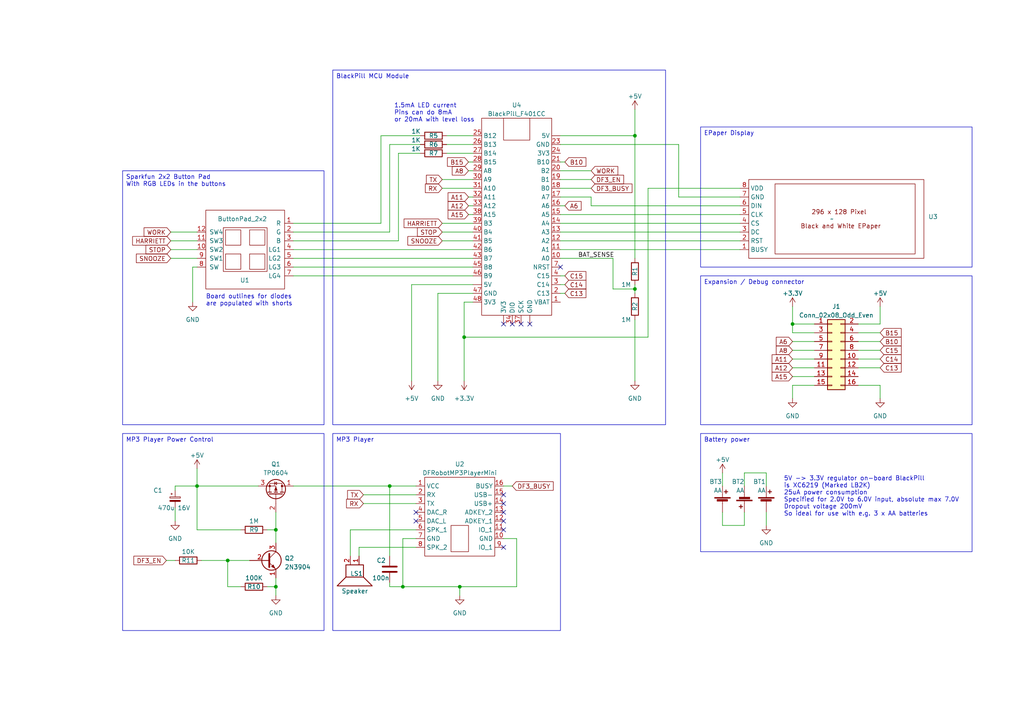
<source format=kicad_sch>
(kicad_sch (version 20230121) (generator eeschema)

  (uuid 09e7eba4-d4fa-44e7-a6c2-fe424672ab5f)

  (paper "A4")

  (lib_symbols
    (symbol "Connector_Generic:Conn_02x08_Odd_Even" (pin_names (offset 1.016) hide) (in_bom yes) (on_board yes)
      (property "Reference" "J" (at 1.27 10.16 0)
        (effects (font (size 1.27 1.27)))
      )
      (property "Value" "Conn_02x08_Odd_Even" (at 1.27 -12.7 0)
        (effects (font (size 1.27 1.27)))
      )
      (property "Footprint" "" (at 0 0 0)
        (effects (font (size 1.27 1.27)) hide)
      )
      (property "Datasheet" "~" (at 0 0 0)
        (effects (font (size 1.27 1.27)) hide)
      )
      (property "ki_keywords" "connector" (at 0 0 0)
        (effects (font (size 1.27 1.27)) hide)
      )
      (property "ki_description" "Generic connector, double row, 02x08, odd/even pin numbering scheme (row 1 odd numbers, row 2 even numbers), script generated (kicad-library-utils/schlib/autogen/connector/)" (at 0 0 0)
        (effects (font (size 1.27 1.27)) hide)
      )
      (property "ki_fp_filters" "Connector*:*_2x??_*" (at 0 0 0)
        (effects (font (size 1.27 1.27)) hide)
      )
      (symbol "Conn_02x08_Odd_Even_1_1"
        (rectangle (start -1.27 -10.033) (end 0 -10.287)
          (stroke (width 0.1524) (type default))
          (fill (type none))
        )
        (rectangle (start -1.27 -7.493) (end 0 -7.747)
          (stroke (width 0.1524) (type default))
          (fill (type none))
        )
        (rectangle (start -1.27 -4.953) (end 0 -5.207)
          (stroke (width 0.1524) (type default))
          (fill (type none))
        )
        (rectangle (start -1.27 -2.413) (end 0 -2.667)
          (stroke (width 0.1524) (type default))
          (fill (type none))
        )
        (rectangle (start -1.27 0.127) (end 0 -0.127)
          (stroke (width 0.1524) (type default))
          (fill (type none))
        )
        (rectangle (start -1.27 2.667) (end 0 2.413)
          (stroke (width 0.1524) (type default))
          (fill (type none))
        )
        (rectangle (start -1.27 5.207) (end 0 4.953)
          (stroke (width 0.1524) (type default))
          (fill (type none))
        )
        (rectangle (start -1.27 7.747) (end 0 7.493)
          (stroke (width 0.1524) (type default))
          (fill (type none))
        )
        (rectangle (start -1.27 8.89) (end 3.81 -11.43)
          (stroke (width 0.254) (type default))
          (fill (type background))
        )
        (rectangle (start 3.81 -10.033) (end 2.54 -10.287)
          (stroke (width 0.1524) (type default))
          (fill (type none))
        )
        (rectangle (start 3.81 -7.493) (end 2.54 -7.747)
          (stroke (width 0.1524) (type default))
          (fill (type none))
        )
        (rectangle (start 3.81 -4.953) (end 2.54 -5.207)
          (stroke (width 0.1524) (type default))
          (fill (type none))
        )
        (rectangle (start 3.81 -2.413) (end 2.54 -2.667)
          (stroke (width 0.1524) (type default))
          (fill (type none))
        )
        (rectangle (start 3.81 0.127) (end 2.54 -0.127)
          (stroke (width 0.1524) (type default))
          (fill (type none))
        )
        (rectangle (start 3.81 2.667) (end 2.54 2.413)
          (stroke (width 0.1524) (type default))
          (fill (type none))
        )
        (rectangle (start 3.81 5.207) (end 2.54 4.953)
          (stroke (width 0.1524) (type default))
          (fill (type none))
        )
        (rectangle (start 3.81 7.747) (end 2.54 7.493)
          (stroke (width 0.1524) (type default))
          (fill (type none))
        )
        (pin passive line (at -5.08 7.62 0) (length 3.81)
          (name "Pin_1" (effects (font (size 1.27 1.27))))
          (number "1" (effects (font (size 1.27 1.27))))
        )
        (pin passive line (at 7.62 -2.54 180) (length 3.81)
          (name "Pin_10" (effects (font (size 1.27 1.27))))
          (number "10" (effects (font (size 1.27 1.27))))
        )
        (pin passive line (at -5.08 -5.08 0) (length 3.81)
          (name "Pin_11" (effects (font (size 1.27 1.27))))
          (number "11" (effects (font (size 1.27 1.27))))
        )
        (pin passive line (at 7.62 -5.08 180) (length 3.81)
          (name "Pin_12" (effects (font (size 1.27 1.27))))
          (number "12" (effects (font (size 1.27 1.27))))
        )
        (pin passive line (at -5.08 -7.62 0) (length 3.81)
          (name "Pin_13" (effects (font (size 1.27 1.27))))
          (number "13" (effects (font (size 1.27 1.27))))
        )
        (pin passive line (at 7.62 -7.62 180) (length 3.81)
          (name "Pin_14" (effects (font (size 1.27 1.27))))
          (number "14" (effects (font (size 1.27 1.27))))
        )
        (pin passive line (at -5.08 -10.16 0) (length 3.81)
          (name "Pin_15" (effects (font (size 1.27 1.27))))
          (number "15" (effects (font (size 1.27 1.27))))
        )
        (pin passive line (at 7.62 -10.16 180) (length 3.81)
          (name "Pin_16" (effects (font (size 1.27 1.27))))
          (number "16" (effects (font (size 1.27 1.27))))
        )
        (pin passive line (at 7.62 7.62 180) (length 3.81)
          (name "Pin_2" (effects (font (size 1.27 1.27))))
          (number "2" (effects (font (size 1.27 1.27))))
        )
        (pin passive line (at -5.08 5.08 0) (length 3.81)
          (name "Pin_3" (effects (font (size 1.27 1.27))))
          (number "3" (effects (font (size 1.27 1.27))))
        )
        (pin passive line (at 7.62 5.08 180) (length 3.81)
          (name "Pin_4" (effects (font (size 1.27 1.27))))
          (number "4" (effects (font (size 1.27 1.27))))
        )
        (pin passive line (at -5.08 2.54 0) (length 3.81)
          (name "Pin_5" (effects (font (size 1.27 1.27))))
          (number "5" (effects (font (size 1.27 1.27))))
        )
        (pin passive line (at 7.62 2.54 180) (length 3.81)
          (name "Pin_6" (effects (font (size 1.27 1.27))))
          (number "6" (effects (font (size 1.27 1.27))))
        )
        (pin passive line (at -5.08 0 0) (length 3.81)
          (name "Pin_7" (effects (font (size 1.27 1.27))))
          (number "7" (effects (font (size 1.27 1.27))))
        )
        (pin passive line (at 7.62 0 180) (length 3.81)
          (name "Pin_8" (effects (font (size 1.27 1.27))))
          (number "8" (effects (font (size 1.27 1.27))))
        )
        (pin passive line (at -5.08 -2.54 0) (length 3.81)
          (name "Pin_9" (effects (font (size 1.27 1.27))))
          (number "9" (effects (font (size 1.27 1.27))))
        )
      )
    )
    (symbol "Device:Battery_Cell" (pin_numbers hide) (pin_names (offset 0) hide) (in_bom yes) (on_board yes)
      (property "Reference" "BT" (at 2.54 2.54 0)
        (effects (font (size 1.27 1.27)) (justify left))
      )
      (property "Value" "Battery_Cell" (at 2.54 0 0)
        (effects (font (size 1.27 1.27)) (justify left))
      )
      (property "Footprint" "" (at 0 1.524 90)
        (effects (font (size 1.27 1.27)) hide)
      )
      (property "Datasheet" "~" (at 0 1.524 90)
        (effects (font (size 1.27 1.27)) hide)
      )
      (property "ki_keywords" "battery cell" (at 0 0 0)
        (effects (font (size 1.27 1.27)) hide)
      )
      (property "ki_description" "Single-cell battery" (at 0 0 0)
        (effects (font (size 1.27 1.27)) hide)
      )
      (symbol "Battery_Cell_0_1"
        (rectangle (start -2.286 1.778) (end 2.286 1.524)
          (stroke (width 0) (type default))
          (fill (type outline))
        )
        (rectangle (start -1.5748 1.1938) (end 1.4732 0.6858)
          (stroke (width 0) (type default))
          (fill (type outline))
        )
        (polyline
          (pts
            (xy 0 0.762)
            (xy 0 0)
          )
          (stroke (width 0) (type default))
          (fill (type none))
        )
        (polyline
          (pts
            (xy 0 1.778)
            (xy 0 2.54)
          )
          (stroke (width 0) (type default))
          (fill (type none))
        )
        (polyline
          (pts
            (xy 0.508 3.429)
            (xy 1.524 3.429)
          )
          (stroke (width 0.254) (type default))
          (fill (type none))
        )
        (polyline
          (pts
            (xy 1.016 3.937)
            (xy 1.016 2.921)
          )
          (stroke (width 0.254) (type default))
          (fill (type none))
        )
      )
      (symbol "Battery_Cell_1_1"
        (pin passive line (at 0 5.08 270) (length 2.54)
          (name "+" (effects (font (size 1.27 1.27))))
          (number "1" (effects (font (size 1.27 1.27))))
        )
        (pin passive line (at 0 -2.54 90) (length 2.54)
          (name "-" (effects (font (size 1.27 1.27))))
          (number "2" (effects (font (size 1.27 1.27))))
        )
      )
    )
    (symbol "Device:C" (pin_numbers hide) (pin_names (offset 0.254)) (in_bom yes) (on_board yes)
      (property "Reference" "C" (at 0.635 2.54 0)
        (effects (font (size 1.27 1.27)) (justify left))
      )
      (property "Value" "C" (at 0.635 -2.54 0)
        (effects (font (size 1.27 1.27)) (justify left))
      )
      (property "Footprint" "" (at 0.9652 -3.81 0)
        (effects (font (size 1.27 1.27)) hide)
      )
      (property "Datasheet" "~" (at 0 0 0)
        (effects (font (size 1.27 1.27)) hide)
      )
      (property "ki_keywords" "cap capacitor" (at 0 0 0)
        (effects (font (size 1.27 1.27)) hide)
      )
      (property "ki_description" "Unpolarized capacitor" (at 0 0 0)
        (effects (font (size 1.27 1.27)) hide)
      )
      (property "ki_fp_filters" "C_*" (at 0 0 0)
        (effects (font (size 1.27 1.27)) hide)
      )
      (symbol "C_0_1"
        (polyline
          (pts
            (xy -2.032 -0.762)
            (xy 2.032 -0.762)
          )
          (stroke (width 0.508) (type default))
          (fill (type none))
        )
        (polyline
          (pts
            (xy -2.032 0.762)
            (xy 2.032 0.762)
          )
          (stroke (width 0.508) (type default))
          (fill (type none))
        )
      )
      (symbol "C_1_1"
        (pin passive line (at 0 3.81 270) (length 2.794)
          (name "~" (effects (font (size 1.27 1.27))))
          (number "1" (effects (font (size 1.27 1.27))))
        )
        (pin passive line (at 0 -3.81 90) (length 2.794)
          (name "~" (effects (font (size 1.27 1.27))))
          (number "2" (effects (font (size 1.27 1.27))))
        )
      )
    )
    (symbol "Device:C_Polarized_Small" (pin_numbers hide) (pin_names (offset 0.254) hide) (in_bom yes) (on_board yes)
      (property "Reference" "C" (at 0.254 1.778 0)
        (effects (font (size 1.27 1.27)) (justify left))
      )
      (property "Value" "C_Polarized_Small" (at 0.254 -2.032 0)
        (effects (font (size 1.27 1.27)) (justify left))
      )
      (property "Footprint" "" (at 0 0 0)
        (effects (font (size 1.27 1.27)) hide)
      )
      (property "Datasheet" "~" (at 0 0 0)
        (effects (font (size 1.27 1.27)) hide)
      )
      (property "ki_keywords" "cap capacitor" (at 0 0 0)
        (effects (font (size 1.27 1.27)) hide)
      )
      (property "ki_description" "Polarized capacitor, small symbol" (at 0 0 0)
        (effects (font (size 1.27 1.27)) hide)
      )
      (property "ki_fp_filters" "CP_*" (at 0 0 0)
        (effects (font (size 1.27 1.27)) hide)
      )
      (symbol "C_Polarized_Small_0_1"
        (rectangle (start -1.524 -0.3048) (end 1.524 -0.6858)
          (stroke (width 0) (type default))
          (fill (type outline))
        )
        (rectangle (start -1.524 0.6858) (end 1.524 0.3048)
          (stroke (width 0) (type default))
          (fill (type none))
        )
        (polyline
          (pts
            (xy -1.27 1.524)
            (xy -0.762 1.524)
          )
          (stroke (width 0) (type default))
          (fill (type none))
        )
        (polyline
          (pts
            (xy -1.016 1.27)
            (xy -1.016 1.778)
          )
          (stroke (width 0) (type default))
          (fill (type none))
        )
      )
      (symbol "C_Polarized_Small_1_1"
        (pin passive line (at 0 2.54 270) (length 1.8542)
          (name "~" (effects (font (size 1.27 1.27))))
          (number "1" (effects (font (size 1.27 1.27))))
        )
        (pin passive line (at 0 -2.54 90) (length 1.8542)
          (name "~" (effects (font (size 1.27 1.27))))
          (number "2" (effects (font (size 1.27 1.27))))
        )
      )
    )
    (symbol "Device:Q_NPN_EBC" (pin_names (offset 0) hide) (in_bom yes) (on_board yes)
      (property "Reference" "Q" (at 5.08 1.27 0)
        (effects (font (size 1.27 1.27)) (justify left))
      )
      (property "Value" "Q_NPN_EBC" (at 5.08 -1.27 0)
        (effects (font (size 1.27 1.27)) (justify left))
      )
      (property "Footprint" "" (at 5.08 2.54 0)
        (effects (font (size 1.27 1.27)) hide)
      )
      (property "Datasheet" "~" (at 0 0 0)
        (effects (font (size 1.27 1.27)) hide)
      )
      (property "ki_keywords" "transistor NPN" (at 0 0 0)
        (effects (font (size 1.27 1.27)) hide)
      )
      (property "ki_description" "NPN transistor, emitter/base/collector" (at 0 0 0)
        (effects (font (size 1.27 1.27)) hide)
      )
      (symbol "Q_NPN_EBC_0_1"
        (polyline
          (pts
            (xy 0.635 0.635)
            (xy 2.54 2.54)
          )
          (stroke (width 0) (type default))
          (fill (type none))
        )
        (polyline
          (pts
            (xy 0.635 -0.635)
            (xy 2.54 -2.54)
            (xy 2.54 -2.54)
          )
          (stroke (width 0) (type default))
          (fill (type none))
        )
        (polyline
          (pts
            (xy 0.635 1.905)
            (xy 0.635 -1.905)
            (xy 0.635 -1.905)
          )
          (stroke (width 0.508) (type default))
          (fill (type none))
        )
        (polyline
          (pts
            (xy 1.27 -1.778)
            (xy 1.778 -1.27)
            (xy 2.286 -2.286)
            (xy 1.27 -1.778)
            (xy 1.27 -1.778)
          )
          (stroke (width 0) (type default))
          (fill (type outline))
        )
        (circle (center 1.27 0) (radius 2.8194)
          (stroke (width 0.254) (type default))
          (fill (type none))
        )
      )
      (symbol "Q_NPN_EBC_1_1"
        (pin passive line (at 2.54 -5.08 90) (length 2.54)
          (name "E" (effects (font (size 1.27 1.27))))
          (number "1" (effects (font (size 1.27 1.27))))
        )
        (pin passive line (at -5.08 0 0) (length 5.715)
          (name "B" (effects (font (size 1.27 1.27))))
          (number "2" (effects (font (size 1.27 1.27))))
        )
        (pin passive line (at 2.54 5.08 270) (length 2.54)
          (name "C" (effects (font (size 1.27 1.27))))
          (number "3" (effects (font (size 1.27 1.27))))
        )
      )
    )
    (symbol "Device:Q_PMOS_DGS" (pin_names (offset 0) hide) (in_bom yes) (on_board yes)
      (property "Reference" "Q" (at 5.08 1.27 0)
        (effects (font (size 1.27 1.27)) (justify left))
      )
      (property "Value" "Q_PMOS_DGS" (at 5.08 -1.27 0)
        (effects (font (size 1.27 1.27)) (justify left))
      )
      (property "Footprint" "" (at 5.08 2.54 0)
        (effects (font (size 1.27 1.27)) hide)
      )
      (property "Datasheet" "~" (at 0 0 0)
        (effects (font (size 1.27 1.27)) hide)
      )
      (property "ki_keywords" "transistor PMOS P-MOS P-MOSFET" (at 0 0 0)
        (effects (font (size 1.27 1.27)) hide)
      )
      (property "ki_description" "P-MOSFET transistor, drain/gate/source" (at 0 0 0)
        (effects (font (size 1.27 1.27)) hide)
      )
      (symbol "Q_PMOS_DGS_0_1"
        (polyline
          (pts
            (xy 0.254 0)
            (xy -2.54 0)
          )
          (stroke (width 0) (type default))
          (fill (type none))
        )
        (polyline
          (pts
            (xy 0.254 1.905)
            (xy 0.254 -1.905)
          )
          (stroke (width 0.254) (type default))
          (fill (type none))
        )
        (polyline
          (pts
            (xy 0.762 -1.27)
            (xy 0.762 -2.286)
          )
          (stroke (width 0.254) (type default))
          (fill (type none))
        )
        (polyline
          (pts
            (xy 0.762 0.508)
            (xy 0.762 -0.508)
          )
          (stroke (width 0.254) (type default))
          (fill (type none))
        )
        (polyline
          (pts
            (xy 0.762 2.286)
            (xy 0.762 1.27)
          )
          (stroke (width 0.254) (type default))
          (fill (type none))
        )
        (polyline
          (pts
            (xy 2.54 2.54)
            (xy 2.54 1.778)
          )
          (stroke (width 0) (type default))
          (fill (type none))
        )
        (polyline
          (pts
            (xy 2.54 -2.54)
            (xy 2.54 0)
            (xy 0.762 0)
          )
          (stroke (width 0) (type default))
          (fill (type none))
        )
        (polyline
          (pts
            (xy 0.762 1.778)
            (xy 3.302 1.778)
            (xy 3.302 -1.778)
            (xy 0.762 -1.778)
          )
          (stroke (width 0) (type default))
          (fill (type none))
        )
        (polyline
          (pts
            (xy 2.286 0)
            (xy 1.27 0.381)
            (xy 1.27 -0.381)
            (xy 2.286 0)
          )
          (stroke (width 0) (type default))
          (fill (type outline))
        )
        (polyline
          (pts
            (xy 2.794 -0.508)
            (xy 2.921 -0.381)
            (xy 3.683 -0.381)
            (xy 3.81 -0.254)
          )
          (stroke (width 0) (type default))
          (fill (type none))
        )
        (polyline
          (pts
            (xy 3.302 -0.381)
            (xy 2.921 0.254)
            (xy 3.683 0.254)
            (xy 3.302 -0.381)
          )
          (stroke (width 0) (type default))
          (fill (type none))
        )
        (circle (center 1.651 0) (radius 2.794)
          (stroke (width 0.254) (type default))
          (fill (type none))
        )
        (circle (center 2.54 -1.778) (radius 0.254)
          (stroke (width 0) (type default))
          (fill (type outline))
        )
        (circle (center 2.54 1.778) (radius 0.254)
          (stroke (width 0) (type default))
          (fill (type outline))
        )
      )
      (symbol "Q_PMOS_DGS_1_1"
        (pin passive line (at 2.54 5.08 270) (length 2.54)
          (name "D" (effects (font (size 1.27 1.27))))
          (number "1" (effects (font (size 1.27 1.27))))
        )
        (pin input line (at -5.08 0 0) (length 2.54)
          (name "G" (effects (font (size 1.27 1.27))))
          (number "2" (effects (font (size 1.27 1.27))))
        )
        (pin passive line (at 2.54 -5.08 90) (length 2.54)
          (name "S" (effects (font (size 1.27 1.27))))
          (number "3" (effects (font (size 1.27 1.27))))
        )
      )
    )
    (symbol "Device:R" (pin_numbers hide) (pin_names (offset 0)) (in_bom yes) (on_board yes)
      (property "Reference" "R" (at 2.032 0 90)
        (effects (font (size 1.27 1.27)))
      )
      (property "Value" "R" (at 0 0 90)
        (effects (font (size 1.27 1.27)))
      )
      (property "Footprint" "" (at -1.778 0 90)
        (effects (font (size 1.27 1.27)) hide)
      )
      (property "Datasheet" "~" (at 0 0 0)
        (effects (font (size 1.27 1.27)) hide)
      )
      (property "ki_keywords" "R res resistor" (at 0 0 0)
        (effects (font (size 1.27 1.27)) hide)
      )
      (property "ki_description" "Resistor" (at 0 0 0)
        (effects (font (size 1.27 1.27)) hide)
      )
      (property "ki_fp_filters" "R_*" (at 0 0 0)
        (effects (font (size 1.27 1.27)) hide)
      )
      (symbol "R_0_1"
        (rectangle (start -1.016 -2.54) (end 1.016 2.54)
          (stroke (width 0.254) (type default))
          (fill (type none))
        )
      )
      (symbol "R_1_1"
        (pin passive line (at 0 3.81 270) (length 1.27)
          (name "~" (effects (font (size 1.27 1.27))))
          (number "1" (effects (font (size 1.27 1.27))))
        )
        (pin passive line (at 0 -3.81 90) (length 1.27)
          (name "~" (effects (font (size 1.27 1.27))))
          (number "2" (effects (font (size 1.27 1.27))))
        )
      )
    )
    (symbol "Device:Speaker" (pin_names (offset 0) hide) (in_bom yes) (on_board yes)
      (property "Reference" "LS" (at 1.27 5.715 0)
        (effects (font (size 1.27 1.27)) (justify right))
      )
      (property "Value" "Speaker" (at 1.27 3.81 0)
        (effects (font (size 1.27 1.27)) (justify right))
      )
      (property "Footprint" "" (at 0 -5.08 0)
        (effects (font (size 1.27 1.27)) hide)
      )
      (property "Datasheet" "~" (at -0.254 -1.27 0)
        (effects (font (size 1.27 1.27)) hide)
      )
      (property "ki_keywords" "speaker sound" (at 0 0 0)
        (effects (font (size 1.27 1.27)) hide)
      )
      (property "ki_description" "Speaker" (at 0 0 0)
        (effects (font (size 1.27 1.27)) hide)
      )
      (symbol "Speaker_0_0"
        (rectangle (start -2.54 1.27) (end 1.016 -3.81)
          (stroke (width 0.254) (type default))
          (fill (type none))
        )
        (polyline
          (pts
            (xy 1.016 1.27)
            (xy 3.556 3.81)
            (xy 3.556 -6.35)
            (xy 1.016 -3.81)
          )
          (stroke (width 0.254) (type default))
          (fill (type none))
        )
      )
      (symbol "Speaker_1_1"
        (pin input line (at -5.08 0 0) (length 2.54)
          (name "1" (effects (font (size 1.27 1.27))))
          (number "1" (effects (font (size 1.27 1.27))))
        )
        (pin input line (at -5.08 -2.54 0) (length 2.54)
          (name "2" (effects (font (size 1.27 1.27))))
          (number "2" (effects (font (size 1.27 1.27))))
        )
      )
    )
    (symbol "UKMaker:BlackPill_F401CC" (in_bom yes) (on_board yes)
      (property "Reference" "U" (at 0 0 0)
        (effects (font (size 1.27 1.27)))
      )
      (property "Value" "BlackPill_F401CC" (at 1.27 29.21 0)
        (effects (font (size 1.27 1.27)))
      )
      (property "Footprint" "" (at 0 0 0)
        (effects (font (size 1.27 1.27)) hide)
      )
      (property "Datasheet" "" (at 0 0 0)
        (effects (font (size 1.27 1.27)) hide)
      )
      (symbol "BlackPill_F401CC_0_1"
        (rectangle (start -10.16 -25.4) (end 10.16 31.75)
          (stroke (width 0) (type default))
          (fill (type none))
        )
        (rectangle (start -3.81 31.75) (end 3.81 25.4)
          (stroke (width 0) (type default))
          (fill (type none))
        )
      )
      (symbol "BlackPill_F401CC_1_1"
        (pin power_in line (at -3.81 -27.94 90) (length 2.54)
          (name "3V3" (effects (font (size 1.27 1.27))))
          (number "" (effects (font (size 1.27 1.27))))
        )
        (pin power_in line (at -12.7 -16.51 0) (length 2.54)
          (name "5V" (effects (font (size 1.27 1.27))))
          (number "" (effects (font (size 1.27 1.27))))
        )
        (pin power_in line (at 12.7 26.67 180) (length 2.54)
          (name "5V" (effects (font (size 1.27 1.27))))
          (number "" (effects (font (size 1.27 1.27))))
        )
        (pin power_in line (at 3.81 -27.94 90) (length 2.54)
          (name "GND" (effects (font (size 1.27 1.27))))
          (number "" (effects (font (size 1.27 1.27))))
        )
        (pin bidirectional line (at 12.7 -21.59 180) (length 2.54)
          (name "VBAT" (effects (font (size 1.27 1.27))))
          (number "1" (effects (font (size 1.27 1.27))))
        )
        (pin bidirectional line (at 12.7 -8.89 180) (length 2.54)
          (name "A0" (effects (font (size 1.27 1.27))))
          (number "10" (effects (font (size 1.27 1.27))))
        )
        (pin bidirectional line (at 12.7 -6.35 180) (length 2.54)
          (name "A1" (effects (font (size 1.27 1.27))))
          (number "11" (effects (font (size 1.27 1.27))))
        )
        (pin bidirectional line (at 12.7 -3.81 180) (length 2.54)
          (name "A2" (effects (font (size 1.27 1.27))))
          (number "12" (effects (font (size 1.27 1.27))))
        )
        (pin bidirectional line (at 12.7 -1.27 180) (length 2.54)
          (name "A3" (effects (font (size 1.27 1.27))))
          (number "13" (effects (font (size 1.27 1.27))))
        )
        (pin bidirectional line (at 12.7 1.27 180) (length 2.54)
          (name "A4" (effects (font (size 1.27 1.27))))
          (number "14" (effects (font (size 1.27 1.27))))
        )
        (pin bidirectional line (at 12.7 3.81 180) (length 2.54)
          (name "A5" (effects (font (size 1.27 1.27))))
          (number "15" (effects (font (size 1.27 1.27))))
        )
        (pin bidirectional line (at 12.7 6.35 180) (length 2.54)
          (name "A6" (effects (font (size 1.27 1.27))))
          (number "16" (effects (font (size 1.27 1.27))))
        )
        (pin bidirectional line (at 12.7 8.89 180) (length 2.54)
          (name "A7" (effects (font (size 1.27 1.27))))
          (number "17" (effects (font (size 1.27 1.27))))
        )
        (pin bidirectional line (at 12.7 11.43 180) (length 2.54)
          (name "B0" (effects (font (size 1.27 1.27))))
          (number "18" (effects (font (size 1.27 1.27))))
        )
        (pin bidirectional line (at 12.7 13.97 180) (length 2.54)
          (name "B1" (effects (font (size 1.27 1.27))))
          (number "19" (effects (font (size 1.27 1.27))))
        )
        (pin bidirectional line (at 12.7 -19.05 180) (length 2.54)
          (name "C13" (effects (font (size 1.27 1.27))))
          (number "2" (effects (font (size 1.27 1.27))))
        )
        (pin bidirectional line (at 12.7 16.51 180) (length 2.54)
          (name "B2" (effects (font (size 1.27 1.27))))
          (number "20" (effects (font (size 1.27 1.27))))
        )
        (pin bidirectional line (at 12.7 19.05 180) (length 2.54)
          (name "B10" (effects (font (size 1.27 1.27))))
          (number "21" (effects (font (size 1.27 1.27))))
        )
        (pin power_in line (at 12.7 24.13 180) (length 2.54)
          (name "GND" (effects (font (size 1.27 1.27))))
          (number "23" (effects (font (size 1.27 1.27))))
        )
        (pin power_in line (at 12.7 21.59 180) (length 2.54)
          (name "3V3" (effects (font (size 1.27 1.27))))
          (number "24" (effects (font (size 1.27 1.27))))
        )
        (pin bidirectional line (at -12.7 26.67 0) (length 2.54)
          (name "B12" (effects (font (size 1.27 1.27))))
          (number "25" (effects (font (size 1.27 1.27))))
        )
        (pin bidirectional line (at -12.7 24.13 0) (length 2.54)
          (name "B13" (effects (font (size 1.27 1.27))))
          (number "26" (effects (font (size 1.27 1.27))))
        )
        (pin bidirectional line (at -12.7 21.59 0) (length 2.54)
          (name "B14" (effects (font (size 1.27 1.27))))
          (number "27" (effects (font (size 1.27 1.27))))
        )
        (pin bidirectional line (at -12.7 19.05 0) (length 2.54)
          (name "B15" (effects (font (size 1.27 1.27))))
          (number "28" (effects (font (size 1.27 1.27))))
        )
        (pin bidirectional line (at -12.7 16.51 0) (length 2.54)
          (name "A8" (effects (font (size 1.27 1.27))))
          (number "29" (effects (font (size 1.27 1.27))))
        )
        (pin bidirectional line (at 12.7 -16.51 180) (length 2.54)
          (name "C14" (effects (font (size 1.27 1.27))))
          (number "3" (effects (font (size 1.27 1.27))))
        )
        (pin bidirectional line (at -12.7 13.97 0) (length 2.54)
          (name "A9" (effects (font (size 1.27 1.27))))
          (number "30" (effects (font (size 1.27 1.27))))
        )
        (pin bidirectional line (at -12.7 11.43 0) (length 2.54)
          (name "A10" (effects (font (size 1.27 1.27))))
          (number "31" (effects (font (size 1.27 1.27))))
        )
        (pin bidirectional line (at -12.7 8.89 0) (length 2.54)
          (name "A11" (effects (font (size 1.27 1.27))))
          (number "32" (effects (font (size 1.27 1.27))))
        )
        (pin bidirectional line (at -12.7 6.35 0) (length 2.54)
          (name "A12" (effects (font (size 1.27 1.27))))
          (number "33" (effects (font (size 1.27 1.27))))
        )
        (pin bidirectional line (at -1.27 -27.94 90) (length 2.54)
          (name "DIO" (effects (font (size 1.27 1.27))))
          (number "34" (effects (font (size 1.27 1.27))))
        )
        (pin bidirectional line (at 1.27 -27.94 90) (length 2.54)
          (name "SCK" (effects (font (size 1.27 1.27))))
          (number "37" (effects (font (size 1.27 1.27))))
        )
        (pin bidirectional line (at -12.7 3.81 0) (length 2.54)
          (name "A15" (effects (font (size 1.27 1.27))))
          (number "38" (effects (font (size 1.27 1.27))))
        )
        (pin bidirectional line (at -12.7 1.27 0) (length 2.54)
          (name "B3" (effects (font (size 1.27 1.27))))
          (number "39" (effects (font (size 1.27 1.27))))
        )
        (pin bidirectional line (at 12.7 -13.97 180) (length 2.54)
          (name "C15" (effects (font (size 1.27 1.27))))
          (number "4" (effects (font (size 1.27 1.27))))
        )
        (pin bidirectional line (at -12.7 -1.27 0) (length 2.54)
          (name "B4" (effects (font (size 1.27 1.27))))
          (number "40" (effects (font (size 1.27 1.27))))
        )
        (pin bidirectional line (at -12.7 -3.81 0) (length 2.54)
          (name "B5" (effects (font (size 1.27 1.27))))
          (number "41" (effects (font (size 1.27 1.27))))
        )
        (pin bidirectional line (at -12.7 -6.35 0) (length 2.54)
          (name "B6" (effects (font (size 1.27 1.27))))
          (number "42" (effects (font (size 1.27 1.27))))
        )
        (pin bidirectional line (at -12.7 -8.89 0) (length 2.54)
          (name "B7" (effects (font (size 1.27 1.27))))
          (number "43" (effects (font (size 1.27 1.27))))
        )
        (pin bidirectional line (at -12.7 -11.43 0) (length 2.54)
          (name "B8" (effects (font (size 1.27 1.27))))
          (number "45" (effects (font (size 1.27 1.27))))
        )
        (pin bidirectional line (at -12.7 -13.97 0) (length 2.54)
          (name "B9" (effects (font (size 1.27 1.27))))
          (number "46" (effects (font (size 1.27 1.27))))
        )
        (pin power_in line (at -12.7 -19.05 0) (length 2.54)
          (name "GND" (effects (font (size 1.27 1.27))))
          (number "47" (effects (font (size 1.27 1.27))))
        )
        (pin power_in line (at -12.7 -21.59 0) (length 2.54)
          (name "3V3" (effects (font (size 1.27 1.27))))
          (number "48" (effects (font (size 1.27 1.27))))
        )
        (pin bidirectional line (at 12.7 -11.43 180) (length 2.54)
          (name "NRST" (effects (font (size 1.27 1.27))))
          (number "7" (effects (font (size 1.27 1.27))))
        )
      )
    )
    (symbol "UKMaker:ButtonPad_2x2" (pin_names (offset 1.016)) (in_bom yes) (on_board yes)
      (property "Reference" "U" (at 0 -8.89 0)
        (effects (font (size 1.27 1.27)))
      )
      (property "Value" "ButtonPad_2x2" (at 0 8.89 0)
        (effects (font (size 1.27 1.27)))
      )
      (property "Footprint" "" (at 6.35 5.715 0)
        (effects (font (size 1.27 1.27)) hide)
      )
      (property "Datasheet" "" (at 6.35 5.715 0)
        (effects (font (size 1.27 1.27)) hide)
      )
      (symbol "ButtonPad_2x2_0_1"
        (rectangle (start -11.43 11.43) (end 11.43 -11.43)
          (stroke (width 0) (type default))
          (fill (type none))
        )
        (rectangle (start -6.35 6.35) (end 6.35 -6.35)
          (stroke (width 0) (type default))
          (fill (type none))
        )
        (rectangle (start -5.715 5.715) (end -1.27 1.27)
          (stroke (width 0) (type default))
          (fill (type none))
        )
        (rectangle (start 1.27 5.715) (end 5.715 1.27)
          (stroke (width 0) (type default))
          (fill (type none))
        )
      )
      (symbol "ButtonPad_2x2_1_1"
        (rectangle (start -5.715 -1.27) (end -1.27 -5.715)
          (stroke (width 0) (type default))
          (fill (type none))
        )
        (rectangle (start 1.27 -1.27) (end 5.715 -5.715)
          (stroke (width 0) (type default))
          (fill (type none))
        )
        (pin input line (at -13.97 7.62 0) (length 2.54)
          (name "R" (effects (font (size 1.27 1.27))))
          (number "1" (effects (font (size 1.27 1.27))))
        )
        (pin output line (at 13.97 0 180) (length 2.54)
          (name "SW2" (effects (font (size 1.27 1.27))))
          (number "10" (effects (font (size 1.27 1.27))))
        )
        (pin output line (at 13.97 2.54 180) (length 2.54)
          (name "SW3" (effects (font (size 1.27 1.27))))
          (number "11" (effects (font (size 1.27 1.27))))
        )
        (pin output line (at 13.97 5.08 180) (length 2.54)
          (name "SW4" (effects (font (size 1.27 1.27))))
          (number "12" (effects (font (size 1.27 1.27))))
        )
        (pin input line (at -13.97 5.08 0) (length 2.54)
          (name "G" (effects (font (size 1.27 1.27))))
          (number "2" (effects (font (size 1.27 1.27))))
        )
        (pin input line (at -13.97 2.54 0) (length 2.54)
          (name "B" (effects (font (size 1.27 1.27))))
          (number "3" (effects (font (size 1.27 1.27))))
        )
        (pin output line (at -13.97 0 0) (length 2.54)
          (name "LG1" (effects (font (size 1.27 1.27))))
          (number "4" (effects (font (size 1.27 1.27))))
        )
        (pin output line (at -13.97 -2.54 0) (length 2.54)
          (name "LG2" (effects (font (size 1.27 1.27))))
          (number "5" (effects (font (size 1.27 1.27))))
        )
        (pin output line (at -13.97 -5.08 0) (length 2.54)
          (name "LG3" (effects (font (size 1.27 1.27))))
          (number "6" (effects (font (size 1.27 1.27))))
        )
        (pin output line (at -13.97 -7.62 0) (length 2.54)
          (name "LG4" (effects (font (size 1.27 1.27))))
          (number "7" (effects (font (size 1.27 1.27))))
        )
        (pin bidirectional line (at 13.97 -5.08 180) (length 2.54)
          (name "SW" (effects (font (size 1.27 1.27))))
          (number "8" (effects (font (size 1.27 1.27))))
        )
        (pin output line (at 13.97 -2.54 180) (length 2.54)
          (name "SW1" (effects (font (size 1.27 1.27))))
          (number "9" (effects (font (size 1.27 1.27))))
        )
      )
    )
    (symbol "UKMaker:DFRobotMP3PlayerMini" (in_bom yes) (on_board yes)
      (property "Reference" "U" (at 0 0 0)
        (effects (font (size 1.27 1.27)))
      )
      (property "Value" "DFRobotMP3PlayerMini" (at 0 12.7 0)
        (effects (font (size 1.27 1.27)))
      )
      (property "Footprint" "" (at 0 0 0)
        (effects (font (size 1.27 1.27)) hide)
      )
      (property "Datasheet" "" (at 0 0 0)
        (effects (font (size 1.27 1.27)) hide)
      )
      (symbol "DFRobotMP3PlayerMini_0_1"
        (rectangle (start -10.16 11.43) (end 10.16 -11.43)
          (stroke (width 0) (type default))
          (fill (type none))
        )
        (rectangle (start -2.54 -10.16) (end 2.54 -2.54)
          (stroke (width 0) (type default))
          (fill (type none))
        )
      )
      (symbol "DFRobotMP3PlayerMini_1_1"
        (pin power_in line (at -12.7 8.89 0) (length 2.54)
          (name "VCC" (effects (font (size 1.27 1.27))))
          (number "1" (effects (font (size 1.27 1.27))))
        )
        (pin power_in line (at 12.7 -6.35 180) (length 2.54)
          (name "GND" (effects (font (size 1.27 1.27))))
          (number "10" (effects (font (size 1.27 1.27))))
        )
        (pin bidirectional line (at 12.7 -3.81 180) (length 2.54)
          (name "IO_1" (effects (font (size 1.27 1.27))))
          (number "11" (effects (font (size 1.27 1.27))))
        )
        (pin input line (at 12.7 -1.27 180) (length 2.54)
          (name "ADKEY_1" (effects (font (size 1.27 1.27))))
          (number "12" (effects (font (size 1.27 1.27))))
        )
        (pin input line (at 12.7 1.27 180) (length 2.54)
          (name "ADKEY_2" (effects (font (size 1.27 1.27))))
          (number "13" (effects (font (size 1.27 1.27))))
        )
        (pin bidirectional line (at 12.7 3.81 180) (length 2.54)
          (name "USB+" (effects (font (size 1.27 1.27))))
          (number "14" (effects (font (size 1.27 1.27))))
        )
        (pin bidirectional line (at 12.7 6.35 180) (length 2.54)
          (name "USB-" (effects (font (size 1.27 1.27))))
          (number "15" (effects (font (size 1.27 1.27))))
        )
        (pin output line (at 12.7 8.89 180) (length 2.54)
          (name "BUSY" (effects (font (size 1.27 1.27))))
          (number "16" (effects (font (size 1.27 1.27))))
        )
        (pin input line (at -12.7 6.35 0) (length 2.54)
          (name "RX" (effects (font (size 1.27 1.27))))
          (number "2" (effects (font (size 1.27 1.27))))
        )
        (pin output line (at -12.7 3.81 0) (length 2.54)
          (name "TX" (effects (font (size 1.27 1.27))))
          (number "3" (effects (font (size 1.27 1.27))))
        )
        (pin output line (at -12.7 1.27 0) (length 2.54)
          (name "DAC_R" (effects (font (size 1.27 1.27))))
          (number "4" (effects (font (size 1.27 1.27))))
        )
        (pin output line (at -12.7 -1.27 0) (length 2.54)
          (name "DAC_L" (effects (font (size 1.27 1.27))))
          (number "5" (effects (font (size 1.27 1.27))))
        )
        (pin output line (at -12.7 -3.81 0) (length 2.54)
          (name "SPK_1" (effects (font (size 1.27 1.27))))
          (number "6" (effects (font (size 1.27 1.27))))
        )
        (pin power_in line (at -12.7 -6.35 0) (length 2.54)
          (name "GND" (effects (font (size 1.27 1.27))))
          (number "7" (effects (font (size 1.27 1.27))))
        )
        (pin output line (at -12.7 -8.89 0) (length 2.54)
          (name "SPK_2" (effects (font (size 1.27 1.27))))
          (number "8" (effects (font (size 1.27 1.27))))
        )
        (pin bidirectional line (at 12.7 -8.89 180) (length 2.54)
          (name "IO_1" (effects (font (size 1.27 1.27))))
          (number "9" (effects (font (size 1.27 1.27))))
        )
      )
    )
    (symbol "UKMaker:Waveshare_2.9{dblquote}_V2_EPaper" (in_bom yes) (on_board yes)
      (property "Reference" "U" (at -22.86 12.7 0)
        (effects (font (size 1.27 1.27)))
      )
      (property "Value" "" (at 0 0 0)
        (effects (font (size 1.27 1.27)))
      )
      (property "Footprint" "" (at 0 0 0)
        (effects (font (size 1.27 1.27)) hide)
      )
      (property "Datasheet" "" (at 0 0 0)
        (effects (font (size 1.27 1.27)) hide)
      )
      (symbol "Waveshare_2.9{dblquote}_V2_EPaper_0_1"
        (rectangle (start -24.13 11.43) (end 26.67 -11.43)
          (stroke (width 0) (type default))
          (fill (type none))
        )
        (rectangle (start -16.51 10.16) (end 24.13 -10.16)
          (stroke (width 0) (type default))
          (fill (type none))
        )
      )
      (symbol "Waveshare_2.9{dblquote}_V2_EPaper_1_1"
        (text "296 x 128 Pixel \n\nBlack and White EPaper" (at 2.54 0 0)
          (effects (font (size 1.27 1.27)))
        )
        (pin input line (at -26.67 8.89 0) (length 2.54)
          (name "BUSY" (effects (font (size 1.27 1.27))))
          (number "1" (effects (font (size 1.27 1.27))))
        )
        (pin input line (at -26.67 6.35 0) (length 2.54)
          (name "RST" (effects (font (size 1.27 1.27))))
          (number "2" (effects (font (size 1.27 1.27))))
        )
        (pin input line (at -26.67 3.81 0) (length 2.54)
          (name "DC" (effects (font (size 1.27 1.27))))
          (number "3" (effects (font (size 1.27 1.27))))
        )
        (pin input line (at -26.67 1.27 0) (length 2.54)
          (name "CS" (effects (font (size 1.27 1.27))))
          (number "4" (effects (font (size 1.27 1.27))))
        )
        (pin input line (at -26.67 -1.27 0) (length 2.54)
          (name "CLK" (effects (font (size 1.27 1.27))))
          (number "5" (effects (font (size 1.27 1.27))))
        )
        (pin input line (at -26.67 -3.81 0) (length 2.54)
          (name "DIN" (effects (font (size 1.27 1.27))))
          (number "6" (effects (font (size 1.27 1.27))))
        )
        (pin power_in line (at -26.67 -6.35 0) (length 2.54)
          (name "GND" (effects (font (size 1.27 1.27))))
          (number "7" (effects (font (size 1.27 1.27))))
        )
        (pin power_in line (at -26.67 -8.89 0) (length 2.54)
          (name "VDD" (effects (font (size 1.27 1.27))))
          (number "8" (effects (font (size 1.27 1.27))))
        )
      )
    )
    (symbol "power:+3.3V" (power) (pin_names (offset 0)) (in_bom yes) (on_board yes)
      (property "Reference" "#PWR" (at 0 -3.81 0)
        (effects (font (size 1.27 1.27)) hide)
      )
      (property "Value" "+3.3V" (at 0 3.556 0)
        (effects (font (size 1.27 1.27)))
      )
      (property "Footprint" "" (at 0 0 0)
        (effects (font (size 1.27 1.27)) hide)
      )
      (property "Datasheet" "" (at 0 0 0)
        (effects (font (size 1.27 1.27)) hide)
      )
      (property "ki_keywords" "global power" (at 0 0 0)
        (effects (font (size 1.27 1.27)) hide)
      )
      (property "ki_description" "Power symbol creates a global label with name \"+3.3V\"" (at 0 0 0)
        (effects (font (size 1.27 1.27)) hide)
      )
      (symbol "+3.3V_0_1"
        (polyline
          (pts
            (xy -0.762 1.27)
            (xy 0 2.54)
          )
          (stroke (width 0) (type default))
          (fill (type none))
        )
        (polyline
          (pts
            (xy 0 0)
            (xy 0 2.54)
          )
          (stroke (width 0) (type default))
          (fill (type none))
        )
        (polyline
          (pts
            (xy 0 2.54)
            (xy 0.762 1.27)
          )
          (stroke (width 0) (type default))
          (fill (type none))
        )
      )
      (symbol "+3.3V_1_1"
        (pin power_in line (at 0 0 90) (length 0) hide
          (name "+3.3V" (effects (font (size 1.27 1.27))))
          (number "1" (effects (font (size 1.27 1.27))))
        )
      )
    )
    (symbol "power:+5V" (power) (pin_names (offset 0)) (in_bom yes) (on_board yes)
      (property "Reference" "#PWR" (at 0 -3.81 0)
        (effects (font (size 1.27 1.27)) hide)
      )
      (property "Value" "+5V" (at 0 3.556 0)
        (effects (font (size 1.27 1.27)))
      )
      (property "Footprint" "" (at 0 0 0)
        (effects (font (size 1.27 1.27)) hide)
      )
      (property "Datasheet" "" (at 0 0 0)
        (effects (font (size 1.27 1.27)) hide)
      )
      (property "ki_keywords" "global power" (at 0 0 0)
        (effects (font (size 1.27 1.27)) hide)
      )
      (property "ki_description" "Power symbol creates a global label with name \"+5V\"" (at 0 0 0)
        (effects (font (size 1.27 1.27)) hide)
      )
      (symbol "+5V_0_1"
        (polyline
          (pts
            (xy -0.762 1.27)
            (xy 0 2.54)
          )
          (stroke (width 0) (type default))
          (fill (type none))
        )
        (polyline
          (pts
            (xy 0 0)
            (xy 0 2.54)
          )
          (stroke (width 0) (type default))
          (fill (type none))
        )
        (polyline
          (pts
            (xy 0 2.54)
            (xy 0.762 1.27)
          )
          (stroke (width 0) (type default))
          (fill (type none))
        )
      )
      (symbol "+5V_1_1"
        (pin power_in line (at 0 0 90) (length 0) hide
          (name "+5V" (effects (font (size 1.27 1.27))))
          (number "1" (effects (font (size 1.27 1.27))))
        )
      )
    )
    (symbol "power:GND" (power) (pin_names (offset 0)) (in_bom yes) (on_board yes)
      (property "Reference" "#PWR" (at 0 -6.35 0)
        (effects (font (size 1.27 1.27)) hide)
      )
      (property "Value" "GND" (at 0 -3.81 0)
        (effects (font (size 1.27 1.27)))
      )
      (property "Footprint" "" (at 0 0 0)
        (effects (font (size 1.27 1.27)) hide)
      )
      (property "Datasheet" "" (at 0 0 0)
        (effects (font (size 1.27 1.27)) hide)
      )
      (property "ki_keywords" "global power" (at 0 0 0)
        (effects (font (size 1.27 1.27)) hide)
      )
      (property "ki_description" "Power symbol creates a global label with name \"GND\" , ground" (at 0 0 0)
        (effects (font (size 1.27 1.27)) hide)
      )
      (symbol "GND_0_1"
        (polyline
          (pts
            (xy 0 0)
            (xy 0 -1.27)
            (xy 1.27 -1.27)
            (xy 0 -2.54)
            (xy -1.27 -1.27)
            (xy 0 -1.27)
          )
          (stroke (width 0) (type default))
          (fill (type none))
        )
      )
      (symbol "GND_1_1"
        (pin power_in line (at 0 0 270) (length 0) hide
          (name "GND" (effects (font (size 1.27 1.27))))
          (number "1" (effects (font (size 1.27 1.27))))
        )
      )
    )
  )

  (junction (at 116.84 170.18) (diameter 0) (color 0 0 0 0)
    (uuid 1bb38f1b-0a91-4c0d-ad5b-01ed9a3c7d6d)
  )
  (junction (at 184.15 83.82) (diameter 0) (color 0 0 0 0)
    (uuid 2c03ae37-28c2-4f03-be80-1b4f991664bd)
  )
  (junction (at 113.03 140.97) (diameter 0) (color 0 0 0 0)
    (uuid 30532427-7268-4fff-8c40-b36fdb37e170)
  )
  (junction (at 80.01 153.67) (diameter 0) (color 0 0 0 0)
    (uuid 40c113b6-d125-4a4d-a5ac-e9680333d1f8)
  )
  (junction (at 57.15 140.97) (diameter 0) (color 0 0 0 0)
    (uuid 4e3c5bad-50ca-474b-a762-8d43c2282aa0)
  )
  (junction (at 229.87 93.98) (diameter 0) (color 0 0 0 0)
    (uuid 513b3bf6-e393-4d91-b961-a7be41cbbe3e)
  )
  (junction (at 184.15 39.37) (diameter 0) (color 0 0 0 0)
    (uuid 57248a49-be95-4e3d-aa69-43ec26036754)
  )
  (junction (at 133.35 170.18) (diameter 0) (color 0 0 0 0)
    (uuid 808ce9f3-4302-4d34-bc70-fd9478194f9c)
  )
  (junction (at 80.01 170.18) (diameter 0) (color 0 0 0 0)
    (uuid a280d3ed-e9ab-4e99-b157-4b500e853d1f)
  )
  (junction (at 66.04 162.56) (diameter 0) (color 0 0 0 0)
    (uuid d8e47ea0-5337-439b-8f97-a591821c24d7)
  )
  (junction (at 134.62 97.79) (diameter 0) (color 0 0 0 0)
    (uuid f6ebcc15-60bf-4b69-9f3d-3127b6aed58c)
  )

  (no_connect (at 146.05 151.13) (uuid 08699217-7719-475d-aa56-a6138f5e58bd))
  (no_connect (at 153.67 93.98) (uuid 0cf71268-1c32-4274-990b-3df1e6f77213))
  (no_connect (at 146.05 153.67) (uuid 29b9f5b6-5a9d-4caf-8a01-0cf1cd1f7163))
  (no_connect (at 120.65 148.59) (uuid 2c09e8cd-0bb4-4eaf-9568-b1363510b89b))
  (no_connect (at 146.05 143.51) (uuid 4902691d-9876-496b-84ab-56a55f6d558d))
  (no_connect (at 146.05 158.75) (uuid 4c41eb6b-dc1a-4346-a85b-d22884f755db))
  (no_connect (at 148.59 93.98) (uuid 8c2a7f2d-0c07-468d-9afa-b5eac9c7e561))
  (no_connect (at 120.65 151.13) (uuid 9392fab6-1ee6-40a4-a52f-4001acdc6bd1))
  (no_connect (at 151.13 93.98) (uuid b166ce27-d546-4613-8fb7-f66f009b9997))
  (no_connect (at 146.05 148.59) (uuid bbc52e80-ec18-4887-be6f-af40e1cc75a6))
  (no_connect (at 162.56 77.47) (uuid c6ceca68-d752-47f9-8bf9-5186e36f4c78))
  (no_connect (at 146.05 146.05) (uuid eff669a7-fa35-45c0-8bd2-7dd5733705d9))
  (no_connect (at 146.05 93.98) (uuid f174bacf-c2e6-4dcb-acc3-6efe57f8e2a8))

  (wire (pts (xy 69.85 170.18) (xy 66.04 170.18))
    (stroke (width 0) (type default))
    (uuid 00c25101-e297-4467-89b3-79c90a2cda2e)
  )
  (wire (pts (xy 229.87 88.9) (xy 229.87 93.98))
    (stroke (width 0) (type default))
    (uuid 0360a850-9768-4354-b10e-33af60cd3f67)
  )
  (wire (pts (xy 162.56 62.23) (xy 214.63 62.23))
    (stroke (width 0) (type default))
    (uuid 084254d7-cede-4fa3-b3b6-47d808a2137c)
  )
  (wire (pts (xy 133.35 170.18) (xy 133.35 172.72))
    (stroke (width 0) (type default))
    (uuid 0873be0e-bbdf-4d21-98e7-9b18b2cee758)
  )
  (wire (pts (xy 177.8 74.93) (xy 177.8 83.82))
    (stroke (width 0) (type default))
    (uuid 089af6f4-6a92-4e06-aa0b-05d3be6500dc)
  )
  (wire (pts (xy 77.47 170.18) (xy 80.01 170.18))
    (stroke (width 0) (type default))
    (uuid 08f599f4-f9da-48d2-a4d9-9a69d7a591eb)
  )
  (wire (pts (xy 113.03 170.18) (xy 116.84 170.18))
    (stroke (width 0) (type default))
    (uuid 0a33f1e1-17e1-4eee-ab73-4de2f06f4c33)
  )
  (wire (pts (xy 57.15 140.97) (xy 74.93 140.97))
    (stroke (width 0) (type default))
    (uuid 0b2942aa-17c2-45c1-8be2-55709d377daf)
  )
  (wire (pts (xy 209.55 137.16) (xy 209.55 140.97))
    (stroke (width 0) (type default))
    (uuid 0c831745-6d76-47b1-b894-ad9c82a4d8c1)
  )
  (wire (pts (xy 134.62 87.63) (xy 134.62 97.79))
    (stroke (width 0) (type default))
    (uuid 0e7937c7-c910-41bd-ac2f-c0f3e5bc564b)
  )
  (wire (pts (xy 184.15 31.75) (xy 184.15 39.37))
    (stroke (width 0) (type default))
    (uuid 1061745a-ebc5-4e03-963e-6825f2dd62ce)
  )
  (wire (pts (xy 128.27 67.31) (xy 137.16 67.31))
    (stroke (width 0) (type default))
    (uuid 10911fef-1668-4727-a7f4-9f01b2025c3b)
  )
  (wire (pts (xy 162.56 59.69) (xy 163.83 59.69))
    (stroke (width 0) (type default))
    (uuid 122e333c-3bb8-415b-8da2-ef9f3d3ac5da)
  )
  (wire (pts (xy 105.41 146.05) (xy 120.65 146.05))
    (stroke (width 0) (type default))
    (uuid 12897af2-aed8-49e1-ad97-b2ffd6feb2af)
  )
  (wire (pts (xy 162.56 49.53) (xy 171.45 49.53))
    (stroke (width 0) (type default))
    (uuid 16152a45-898f-4877-a3ef-3384c52a9efe)
  )
  (wire (pts (xy 101.6 153.67) (xy 101.6 161.29))
    (stroke (width 0) (type default))
    (uuid 1829b7c1-79af-4695-a0e2-350f9577d99d)
  )
  (wire (pts (xy 229.87 109.22) (xy 236.22 109.22))
    (stroke (width 0) (type default))
    (uuid 184ea1f2-5147-4da0-a134-d8ef741711f2)
  )
  (wire (pts (xy 57.15 135.89) (xy 57.15 140.97))
    (stroke (width 0) (type default))
    (uuid 1c0bbfaf-a036-44d6-9cc8-a8cace5e1ffc)
  )
  (wire (pts (xy 215.9 137.16) (xy 222.25 137.16))
    (stroke (width 0) (type default))
    (uuid 1ca3aca4-12d6-4078-a7b2-c912cf5fff19)
  )
  (wire (pts (xy 135.89 57.15) (xy 137.16 57.15))
    (stroke (width 0) (type default))
    (uuid 1ff42b73-2f41-44a4-a29c-517a848dcb63)
  )
  (wire (pts (xy 215.9 152.4) (xy 215.9 148.59))
    (stroke (width 0) (type default))
    (uuid 2004b37f-02a2-49ab-9a18-27f28011e189)
  )
  (wire (pts (xy 129.54 41.91) (xy 137.16 41.91))
    (stroke (width 0) (type default))
    (uuid 20233c1a-d415-4a05-aecf-7cd4a24f4777)
  )
  (wire (pts (xy 149.86 156.21) (xy 146.05 156.21))
    (stroke (width 0) (type default))
    (uuid 2580086f-375c-4fc6-a083-1ce68afc9a8f)
  )
  (wire (pts (xy 129.54 39.37) (xy 137.16 39.37))
    (stroke (width 0) (type default))
    (uuid 28e8cf82-2a51-4e43-b592-eefaa4bb594d)
  )
  (wire (pts (xy 113.03 168.91) (xy 113.03 170.18))
    (stroke (width 0) (type default))
    (uuid 2b74e37f-cb6d-49ef-8210-1f0e08472265)
  )
  (wire (pts (xy 162.56 54.61) (xy 171.45 54.61))
    (stroke (width 0) (type default))
    (uuid 312fd8c1-9ea5-4ac3-a841-bcc035f275d9)
  )
  (wire (pts (xy 55.88 77.47) (xy 55.88 87.63))
    (stroke (width 0) (type default))
    (uuid 319ce977-3e2b-40c3-9691-cdcd3588bfe1)
  )
  (wire (pts (xy 162.56 85.09) (xy 163.83 85.09))
    (stroke (width 0) (type default))
    (uuid 3473446b-20f6-443b-98c4-232d26b12f69)
  )
  (wire (pts (xy 127 85.09) (xy 127 110.49))
    (stroke (width 0) (type default))
    (uuid 396511b4-695d-4c49-9835-45afaf6df48d)
  )
  (wire (pts (xy 104.14 158.75) (xy 120.65 158.75))
    (stroke (width 0) (type default))
    (uuid 3bbf60e4-35f0-4e19-bce8-c82f7be90e7a)
  )
  (wire (pts (xy 85.09 64.77) (xy 110.49 64.77))
    (stroke (width 0) (type default))
    (uuid 3cac8e19-e01b-428a-bc04-6fcac3ec012b)
  )
  (wire (pts (xy 255.27 111.76) (xy 255.27 115.57))
    (stroke (width 0) (type default))
    (uuid 3e39b2a6-d1be-48d4-9a69-7733d46f48b5)
  )
  (wire (pts (xy 127 85.09) (xy 137.16 85.09))
    (stroke (width 0) (type default))
    (uuid 3f31ad16-30f9-43a7-8405-8341871b9e85)
  )
  (wire (pts (xy 57.15 140.97) (xy 57.15 153.67))
    (stroke (width 0) (type default))
    (uuid 423ea7dc-0196-4c8e-8dbb-58a900c95fc2)
  )
  (wire (pts (xy 229.87 115.57) (xy 229.87 111.76))
    (stroke (width 0) (type default))
    (uuid 4392d6e9-11e3-4e74-b020-c2ec46e89e05)
  )
  (wire (pts (xy 66.04 162.56) (xy 72.39 162.56))
    (stroke (width 0) (type default))
    (uuid 4609f3ce-d092-4b56-b485-d19f7a966eb2)
  )
  (wire (pts (xy 110.49 39.37) (xy 121.92 39.37))
    (stroke (width 0) (type default))
    (uuid 4698806b-b73d-4299-921e-66c0a0490d0d)
  )
  (wire (pts (xy 229.87 99.06) (xy 236.22 99.06))
    (stroke (width 0) (type default))
    (uuid 469bfba8-04b5-4f96-b630-dc65ed00df67)
  )
  (wire (pts (xy 162.56 74.93) (xy 177.8 74.93))
    (stroke (width 0) (type default))
    (uuid 46ceb934-2ca9-410d-be46-42d2d0b3ab74)
  )
  (wire (pts (xy 184.15 83.82) (xy 184.15 85.09))
    (stroke (width 0) (type default))
    (uuid 46dd54a0-fe62-46d6-9aea-065d7c50eef9)
  )
  (wire (pts (xy 134.62 87.63) (xy 137.16 87.63))
    (stroke (width 0) (type default))
    (uuid 46f2c47c-8b2c-494c-a49f-6595504ffb2e)
  )
  (wire (pts (xy 214.63 59.69) (xy 171.45 59.69))
    (stroke (width 0) (type default))
    (uuid 4af76485-b508-4607-8112-a89bdb7e8496)
  )
  (wire (pts (xy 146.05 140.97) (xy 148.59 140.97))
    (stroke (width 0) (type default))
    (uuid 4eaa6a52-2979-4b18-9a1c-94d8796b0650)
  )
  (wire (pts (xy 162.56 80.01) (xy 163.83 80.01))
    (stroke (width 0) (type default))
    (uuid 4ec83104-4d86-4740-9cc0-7e60d3e8ab74)
  )
  (wire (pts (xy 50.8 140.97) (xy 57.15 140.97))
    (stroke (width 0) (type default))
    (uuid 5012812e-976b-43d7-92a4-170172fd4529)
  )
  (wire (pts (xy 187.96 97.79) (xy 187.96 54.61))
    (stroke (width 0) (type default))
    (uuid 5193c057-e455-4c18-8782-b6fe1e18f2a0)
  )
  (wire (pts (xy 209.55 148.59) (xy 209.55 152.4))
    (stroke (width 0) (type default))
    (uuid 58d8369c-0551-4000-b820-1363b7e57c32)
  )
  (wire (pts (xy 85.09 69.85) (xy 115.57 69.85))
    (stroke (width 0) (type default))
    (uuid 5c4c4405-9f3b-4b34-a1b0-81d0eda6d79a)
  )
  (wire (pts (xy 162.56 69.85) (xy 214.63 69.85))
    (stroke (width 0) (type default))
    (uuid 5d957381-dab8-4acc-ae80-7775938c0d2b)
  )
  (wire (pts (xy 85.09 67.31) (xy 113.03 67.31))
    (stroke (width 0) (type default))
    (uuid 6000e691-2776-4166-992b-63cd42b27a4e)
  )
  (wire (pts (xy 162.56 46.99) (xy 163.83 46.99))
    (stroke (width 0) (type default))
    (uuid 60cf7795-909c-4c60-9120-0e32ad969b61)
  )
  (wire (pts (xy 128.27 69.85) (xy 137.16 69.85))
    (stroke (width 0) (type default))
    (uuid 6165b40f-fa76-475e-9ca1-48faa93e6d2c)
  )
  (wire (pts (xy 248.92 106.68) (xy 255.27 106.68))
    (stroke (width 0) (type default))
    (uuid 62cb947b-c78a-4f21-9a02-67c9ebf8f3a5)
  )
  (wire (pts (xy 69.85 153.67) (xy 57.15 153.67))
    (stroke (width 0) (type default))
    (uuid 65fbc9e1-9521-4d44-9e59-4096b51254ba)
  )
  (wire (pts (xy 196.85 41.91) (xy 162.56 41.91))
    (stroke (width 0) (type default))
    (uuid 66238c8a-3912-42b6-8a27-adc18af0b424)
  )
  (wire (pts (xy 135.89 49.53) (xy 137.16 49.53))
    (stroke (width 0) (type default))
    (uuid 676585f5-e1a8-455b-9365-b555dd8123e2)
  )
  (wire (pts (xy 85.09 77.47) (xy 137.16 77.47))
    (stroke (width 0) (type default))
    (uuid 68e3d65f-e2eb-45f8-8324-2d2907770170)
  )
  (wire (pts (xy 113.03 67.31) (xy 113.03 41.91))
    (stroke (width 0) (type default))
    (uuid 6ba6f2a6-837a-4da3-9b6c-63125ef14b11)
  )
  (wire (pts (xy 104.14 161.29) (xy 104.14 158.75))
    (stroke (width 0) (type default))
    (uuid 6cd0c1f2-f9fc-4cac-bdce-dc7d110954c3)
  )
  (wire (pts (xy 229.87 111.76) (xy 236.22 111.76))
    (stroke (width 0) (type default))
    (uuid 6d08d96f-4f89-49af-bc85-d2d5dfdcab97)
  )
  (wire (pts (xy 85.09 72.39) (xy 137.16 72.39))
    (stroke (width 0) (type default))
    (uuid 6d3f46ae-3ad8-4c80-a69e-ba1b19964bec)
  )
  (wire (pts (xy 229.87 106.68) (xy 236.22 106.68))
    (stroke (width 0) (type default))
    (uuid 6e0a03cb-155c-40d3-8680-f0095df74d30)
  )
  (wire (pts (xy 187.96 54.61) (xy 214.63 54.61))
    (stroke (width 0) (type default))
    (uuid 6f4a307e-bb92-4c8e-a2ad-23ccfc8a6ec8)
  )
  (wire (pts (xy 66.04 170.18) (xy 66.04 162.56))
    (stroke (width 0) (type default))
    (uuid 730b45eb-a59a-4335-b25a-522cc93cfb53)
  )
  (wire (pts (xy 77.47 153.67) (xy 80.01 153.67))
    (stroke (width 0) (type default))
    (uuid 731effa3-3d91-4d89-812e-000132cdfdbd)
  )
  (wire (pts (xy 120.65 156.21) (xy 116.84 156.21))
    (stroke (width 0) (type default))
    (uuid 741160e1-7b14-4cd6-8bbb-a5d27a59f899)
  )
  (wire (pts (xy 116.84 170.18) (xy 133.35 170.18))
    (stroke (width 0) (type default))
    (uuid 787012ee-5592-4a78-aafb-fb8a8700b8f0)
  )
  (wire (pts (xy 133.35 170.18) (xy 149.86 170.18))
    (stroke (width 0) (type default))
    (uuid 78dad040-f8f4-4fe1-bfe2-079f502d6e5b)
  )
  (wire (pts (xy 215.9 140.97) (xy 215.9 137.16))
    (stroke (width 0) (type default))
    (uuid 79dcb861-5a26-4d8f-9ba8-cb8749dc9305)
  )
  (wire (pts (xy 49.53 72.39) (xy 57.15 72.39))
    (stroke (width 0) (type default))
    (uuid 7ae14065-7c79-4ff7-a7d0-b8cb8f630952)
  )
  (wire (pts (xy 115.57 44.45) (xy 121.92 44.45))
    (stroke (width 0) (type default))
    (uuid 7c0ea13d-5f45-4f9a-be5e-ae4a45b32461)
  )
  (wire (pts (xy 248.92 96.52) (xy 255.27 96.52))
    (stroke (width 0) (type default))
    (uuid 7c3f8014-abf9-4d50-aaf8-0c5b536bc8e5)
  )
  (wire (pts (xy 110.49 64.77) (xy 110.49 39.37))
    (stroke (width 0) (type default))
    (uuid 7c415606-112d-4bc1-be43-18431ddad267)
  )
  (wire (pts (xy 248.92 104.14) (xy 255.27 104.14))
    (stroke (width 0) (type default))
    (uuid 7c69c4f3-1377-4788-93b9-756e242ed7b0)
  )
  (wire (pts (xy 222.25 137.16) (xy 222.25 140.97))
    (stroke (width 0) (type default))
    (uuid 7ea36756-83c0-4516-ad0e-f145db6a9da4)
  )
  (wire (pts (xy 49.53 74.93) (xy 57.15 74.93))
    (stroke (width 0) (type default))
    (uuid 80873fe8-d6f9-4faf-862d-d5251ba72bc6)
  )
  (wire (pts (xy 236.22 96.52) (xy 229.87 96.52))
    (stroke (width 0) (type default))
    (uuid 830c65be-f8c1-4732-8115-eb5983cf86d6)
  )
  (wire (pts (xy 129.54 44.45) (xy 137.16 44.45))
    (stroke (width 0) (type default))
    (uuid 86329126-35b4-4e45-9c0a-83b112b0e087)
  )
  (wire (pts (xy 85.09 74.93) (xy 137.16 74.93))
    (stroke (width 0) (type default))
    (uuid 86ab9625-3114-4e8c-be7b-656bab0876ec)
  )
  (wire (pts (xy 184.15 39.37) (xy 184.15 74.93))
    (stroke (width 0) (type default))
    (uuid 87980408-9d82-4701-9f26-5db14d170d02)
  )
  (wire (pts (xy 134.62 97.79) (xy 134.62 110.49))
    (stroke (width 0) (type default))
    (uuid 88934d1c-921a-415a-b477-04c6d2dd3f4f)
  )
  (wire (pts (xy 113.03 140.97) (xy 120.65 140.97))
    (stroke (width 0) (type default))
    (uuid 8aa9e54c-e322-4d5b-98a8-5471ed50e68a)
  )
  (wire (pts (xy 162.56 64.77) (xy 214.63 64.77))
    (stroke (width 0) (type default))
    (uuid 8bf108fe-49a9-4187-a01b-e263be8b83bf)
  )
  (wire (pts (xy 49.53 69.85) (xy 57.15 69.85))
    (stroke (width 0) (type default))
    (uuid 8caae9ad-6969-4ccd-90b6-64080e006100)
  )
  (wire (pts (xy 196.85 57.15) (xy 196.85 41.91))
    (stroke (width 0) (type default))
    (uuid 8cf76f98-621b-411f-b7a0-21d24a271190)
  )
  (wire (pts (xy 248.92 99.06) (xy 255.27 99.06))
    (stroke (width 0) (type default))
    (uuid 8ef51011-2387-4845-9a46-165bd0c27775)
  )
  (wire (pts (xy 177.8 83.82) (xy 184.15 83.82))
    (stroke (width 0) (type default))
    (uuid 8f21ba97-af9e-4c31-9396-a04a58fc81e3)
  )
  (wire (pts (xy 162.56 67.31) (xy 214.63 67.31))
    (stroke (width 0) (type default))
    (uuid 927e0e96-1889-4171-bc02-e9ba9f3a5554)
  )
  (wire (pts (xy 113.03 41.91) (xy 121.92 41.91))
    (stroke (width 0) (type default))
    (uuid 9618b4cd-b907-4558-ab61-7b968ea15da9)
  )
  (wire (pts (xy 128.27 54.61) (xy 137.16 54.61))
    (stroke (width 0) (type default))
    (uuid 97028b68-9f13-4094-b1a5-f53e400dca9e)
  )
  (wire (pts (xy 229.87 96.52) (xy 229.87 93.98))
    (stroke (width 0) (type default))
    (uuid 9a58a447-5e6b-4ad7-a944-52c8ce2b4c40)
  )
  (wire (pts (xy 80.01 167.64) (xy 80.01 170.18))
    (stroke (width 0) (type default))
    (uuid 9bfb8bf1-47b0-4dd0-bec6-8acb1aa58539)
  )
  (wire (pts (xy 57.15 77.47) (xy 55.88 77.47))
    (stroke (width 0) (type default))
    (uuid 9e882165-404b-4179-af12-1e596938a5d2)
  )
  (wire (pts (xy 209.55 152.4) (xy 215.9 152.4))
    (stroke (width 0) (type default))
    (uuid 9fc22967-02d2-4fad-87f1-0d81d8f2d25e)
  )
  (wire (pts (xy 184.15 82.55) (xy 184.15 83.82))
    (stroke (width 0) (type default))
    (uuid a6ce0770-0156-4afa-933c-83aeb6c41d2a)
  )
  (wire (pts (xy 115.57 69.85) (xy 115.57 44.45))
    (stroke (width 0) (type default))
    (uuid ac86f07f-2d03-434f-a776-a9a49dc4125f)
  )
  (wire (pts (xy 134.62 97.79) (xy 187.96 97.79))
    (stroke (width 0) (type default))
    (uuid ae54b79c-7e56-4b86-8271-621ec9cdc982)
  )
  (wire (pts (xy 229.87 101.6) (xy 236.22 101.6))
    (stroke (width 0) (type default))
    (uuid aebf0651-e02f-4d0d-8e0d-0d3c75a196a0)
  )
  (wire (pts (xy 50.8 142.24) (xy 50.8 140.97))
    (stroke (width 0) (type default))
    (uuid b016d33d-85ab-4167-821e-1e2af9e94ad0)
  )
  (wire (pts (xy 80.01 153.67) (xy 80.01 157.48))
    (stroke (width 0) (type default))
    (uuid ba84a54d-c447-4a1b-b589-b2c4303ed6b9)
  )
  (wire (pts (xy 248.92 101.6) (xy 255.27 101.6))
    (stroke (width 0) (type default))
    (uuid bbaad5e8-5787-4fb7-805e-bd42276fc25b)
  )
  (wire (pts (xy 137.16 82.55) (xy 119.38 82.55))
    (stroke (width 0) (type default))
    (uuid bc387dc3-d610-4b11-a3b0-99b60273017f)
  )
  (wire (pts (xy 128.27 64.77) (xy 137.16 64.77))
    (stroke (width 0) (type default))
    (uuid bc54b744-64c5-4a24-ac9a-55fcffdbd4df)
  )
  (wire (pts (xy 48.26 162.56) (xy 50.8 162.56))
    (stroke (width 0) (type default))
    (uuid bce00431-dc70-4183-8b96-42ea95fa1de8)
  )
  (wire (pts (xy 135.89 59.69) (xy 137.16 59.69))
    (stroke (width 0) (type default))
    (uuid be30b23e-21f2-4849-9237-6e7333ef573e)
  )
  (wire (pts (xy 229.87 93.98) (xy 236.22 93.98))
    (stroke (width 0) (type default))
    (uuid c06d02ad-8ca2-44f6-aaa6-fdb9fe960323)
  )
  (wire (pts (xy 162.56 39.37) (xy 184.15 39.37))
    (stroke (width 0) (type default))
    (uuid c0abb11d-0f3f-493a-a9ec-99de8426c3bc)
  )
  (wire (pts (xy 162.56 72.39) (xy 214.63 72.39))
    (stroke (width 0) (type default))
    (uuid c3a7885b-e3e0-4bca-9b2e-76acdf2a6ec4)
  )
  (wire (pts (xy 113.03 140.97) (xy 113.03 161.29))
    (stroke (width 0) (type default))
    (uuid c5a10276-2569-432b-b66e-99d0b8efacec)
  )
  (wire (pts (xy 162.56 57.15) (xy 171.45 57.15))
    (stroke (width 0) (type default))
    (uuid c8a11c62-19f4-492d-9c6e-d356dd003900)
  )
  (wire (pts (xy 248.92 93.98) (xy 255.27 93.98))
    (stroke (width 0) (type default))
    (uuid c8fa2168-bfb4-44b0-b5ba-ea95325e403c)
  )
  (wire (pts (xy 50.8 147.32) (xy 50.8 151.13))
    (stroke (width 0) (type default))
    (uuid cb819352-b6ea-4f31-93ae-fc413c6a2cd6)
  )
  (wire (pts (xy 80.01 153.67) (xy 80.01 148.59))
    (stroke (width 0) (type default))
    (uuid cc29bb71-3cc4-4c82-9c1d-34750badbacb)
  )
  (wire (pts (xy 222.25 148.59) (xy 222.25 152.4))
    (stroke (width 0) (type default))
    (uuid d6a065ae-2b42-4526-8f39-027224ca56fa)
  )
  (wire (pts (xy 58.42 162.56) (xy 66.04 162.56))
    (stroke (width 0) (type default))
    (uuid d83c2705-c199-4121-aae9-e9086bf719c6)
  )
  (wire (pts (xy 184.15 92.71) (xy 184.15 110.49))
    (stroke (width 0) (type default))
    (uuid d8b6be89-d6ab-4996-b5b1-cd54c2015d78)
  )
  (wire (pts (xy 162.56 52.07) (xy 171.45 52.07))
    (stroke (width 0) (type default))
    (uuid da632ee4-1082-494b-90f4-e4e7568e3fcd)
  )
  (wire (pts (xy 119.38 82.55) (xy 119.38 110.49))
    (stroke (width 0) (type default))
    (uuid dad72193-5dc4-426b-9904-46ed60714732)
  )
  (wire (pts (xy 248.92 111.76) (xy 255.27 111.76))
    (stroke (width 0) (type default))
    (uuid db8a9df3-63c9-49ed-9b5c-849379780023)
  )
  (wire (pts (xy 85.09 140.97) (xy 113.03 140.97))
    (stroke (width 0) (type default))
    (uuid deb8e3b6-e7b6-4c33-9c69-e4a206b8c7c6)
  )
  (wire (pts (xy 171.45 59.69) (xy 171.45 57.15))
    (stroke (width 0) (type default))
    (uuid e001cd08-c4e7-40a2-9830-d04e64ecbda7)
  )
  (wire (pts (xy 162.56 82.55) (xy 163.83 82.55))
    (stroke (width 0) (type default))
    (uuid e46b761e-edda-4229-9d85-fd074cfeb333)
  )
  (wire (pts (xy 80.01 170.18) (xy 80.01 172.72))
    (stroke (width 0) (type default))
    (uuid e5c57b68-a1db-42ec-9504-58ba4b99e166)
  )
  (wire (pts (xy 49.53 67.31) (xy 57.15 67.31))
    (stroke (width 0) (type default))
    (uuid e6428c24-149c-4c6b-bc46-60da7fade6b8)
  )
  (wire (pts (xy 255.27 93.98) (xy 255.27 88.9))
    (stroke (width 0) (type default))
    (uuid ebc2228f-8371-48d9-aca8-618f7297a28c)
  )
  (wire (pts (xy 135.89 62.23) (xy 137.16 62.23))
    (stroke (width 0) (type default))
    (uuid ec45d97d-51ad-485a-8262-0d62079ad267)
  )
  (wire (pts (xy 105.41 143.51) (xy 120.65 143.51))
    (stroke (width 0) (type default))
    (uuid ec4c6121-14b7-4b6b-adbd-012ebfda4545)
  )
  (wire (pts (xy 149.86 170.18) (xy 149.86 156.21))
    (stroke (width 0) (type default))
    (uuid ee278651-194a-480e-8283-20d27abd50d7)
  )
  (wire (pts (xy 85.09 80.01) (xy 137.16 80.01))
    (stroke (width 0) (type default))
    (uuid ef5df42d-700e-4786-94dc-6f462ded75ce)
  )
  (wire (pts (xy 101.6 153.67) (xy 120.65 153.67))
    (stroke (width 0) (type default))
    (uuid eff52f97-6b23-44f5-9b42-2ede7a8cac4d)
  )
  (wire (pts (xy 135.89 46.99) (xy 137.16 46.99))
    (stroke (width 0) (type default))
    (uuid f3da344a-7f5f-4102-afc1-812ed5437a84)
  )
  (wire (pts (xy 116.84 156.21) (xy 116.84 170.18))
    (stroke (width 0) (type default))
    (uuid f645e395-b2ef-424e-a2db-90014bed3be7)
  )
  (wire (pts (xy 196.85 57.15) (xy 214.63 57.15))
    (stroke (width 0) (type default))
    (uuid f981348c-9562-49d0-90bf-5714680b509c)
  )
  (wire (pts (xy 128.27 52.07) (xy 137.16 52.07))
    (stroke (width 0) (type default))
    (uuid f9c009d9-da40-4a57-a56a-cd0cf0431283)
  )
  (wire (pts (xy 229.87 104.14) (xy 236.22 104.14))
    (stroke (width 0) (type default))
    (uuid fbe6d796-f911-4ac8-8ca1-e3fc4b2ca914)
  )

  (text_box "EPaper Display"
    (at 203.2 36.83 0) (size 78.74 40.64)
    (stroke (width 0) (type default))
    (fill (type none))
    (effects (font (size 1.27 1.27)) (justify left top))
    (uuid 09480621-f894-494e-adca-4e5ddb5f6d8c)
  )
  (text_box "MP3 Player Power Control"
    (at 35.56 125.73 0) (size 58.42 57.15)
    (stroke (width 0) (type default))
    (fill (type none))
    (effects (font (size 1.27 1.27)) (justify left top))
    (uuid 3f633596-0e06-4625-8384-9267338ad0ee)
  )
  (text_box "Expansion / Debug connector"
    (at 203.2 80.01 0) (size 78.74 43.18)
    (stroke (width 0) (type default))
    (fill (type none))
    (effects (font (size 1.27 1.27)) (justify left top))
    (uuid 637436f0-79e4-48b0-9fde-2adad366225b)
  )
  (text_box "Sparkfun 2x2 Button Pad\nWith RGB LEDs in the buttons"
    (at 35.56 49.53 0) (size 58.42 73.66)
    (stroke (width 0) (type default))
    (fill (type none))
    (effects (font (size 1.27 1.27)) (justify left top))
    (uuid eb875a8e-a4c0-4b7c-8397-d62ffa2c2891)
  )
  (text_box "Battery power"
    (at 203.2 125.73 0) (size 78.74 34.29)
    (stroke (width 0) (type default))
    (fill (type none))
    (effects (font (size 1.27 1.27)) (justify left top))
    (uuid eecc3a34-ad80-481b-a83d-66137c36f560)
  )
  (text_box "MP3 Player"
    (at 96.52 125.73 0) (size 66.04 57.15)
    (stroke (width 0) (type default))
    (fill (type none))
    (effects (font (size 1.27 1.27)) (justify left top))
    (uuid f5bc2443-9c90-4e51-a192-3f5e6397cdc1)
  )
  (text_box "BlackPill MCU Module"
    (at 96.52 20.32 0) (size 96.52 102.87)
    (stroke (width 0) (type default))
    (fill (type none))
    (effects (font (size 1.27 1.27)) (justify left top))
    (uuid f80738e3-1071-49aa-8ee3-55386a3b5fb2)
  )

  (text "Board outlines for diodes \nare populated with shorts"
    (at 59.69 88.9 0)
    (effects (font (size 1.27 1.27)) (justify left bottom))
    (uuid 23d1b612-8269-4a6e-ad66-e6f60a29176e)
  )
  (text "1.5mA LED current\nPins can do 8mA\nor 20mA with level loss"
    (at 114.3 35.56 0)
    (effects (font (size 1.27 1.27)) (justify left bottom))
    (uuid 37bf7e7e-eb29-49d7-8989-11727a0dc3e1)
  )
  (text "5V -> 3.3V regulator on-board BlackPill\nis XC6219 (Marked LB2K)\n25uA power consumption\nSpecified for 2.0V to 6.0V input, absolute max 7.0V\nDropout voltage 200mV\nSo ideal for use with e.g. 3 x AA batteries"
    (at 227.33 149.86 0)
    (effects (font (size 1.27 1.27)) (justify left bottom))
    (uuid f74a3b40-238c-4332-8500-02aebd9061d2)
  )

  (label "BAT_SENSE" (at 167.64 74.93 0) (fields_autoplaced)
    (effects (font (size 1.27 1.27)) (justify left bottom))
    (uuid 64f4ccd7-d0e8-44b7-b93f-1e2b584aaf79)
  )

  (global_label "A12" (shape input) (at 229.87 106.68 180) (fields_autoplaced)
    (effects (font (size 1.27 1.27)) (justify right))
    (uuid 0a3fef7a-e71e-4bc3-ad35-86b3b994ba40)
    (property "Intersheetrefs" "${INTERSHEET_REFS}" (at 223.4566 106.68 0)
      (effects (font (size 1.27 1.27)) (justify right) hide)
    )
  )
  (global_label "A11" (shape input) (at 135.89 57.15 180) (fields_autoplaced)
    (effects (font (size 1.27 1.27)) (justify right))
    (uuid 143557ad-a516-4056-8d09-577be84c184a)
    (property "Intersheetrefs" "${INTERSHEET_REFS}" (at 129.4766 57.15 0)
      (effects (font (size 1.27 1.27)) (justify right) hide)
    )
  )
  (global_label "A8" (shape input) (at 229.87 101.6 180) (fields_autoplaced)
    (effects (font (size 1.27 1.27)) (justify right))
    (uuid 190b5326-065d-4f90-8654-06deecbf2ee8)
    (property "Intersheetrefs" "${INTERSHEET_REFS}" (at 224.6661 101.6 0)
      (effects (font (size 1.27 1.27)) (justify right) hide)
    )
  )
  (global_label "SNOOZE" (shape input) (at 128.27 69.85 180) (fields_autoplaced)
    (effects (font (size 1.27 1.27)) (justify right))
    (uuid 1987802f-409e-4156-80f8-0bb4a212aae0)
    (property "Intersheetrefs" "${INTERSHEET_REFS}" (at 117.8047 69.85 0)
      (effects (font (size 1.27 1.27)) (justify right) hide)
    )
  )
  (global_label "RX" (shape input) (at 128.27 54.61 180) (fields_autoplaced)
    (effects (font (size 1.27 1.27)) (justify right))
    (uuid 1b1609a6-5ea3-4934-b36d-fd1e9d39f1f3)
    (property "Intersheetrefs" "${INTERSHEET_REFS}" (at 122.8847 54.61 0)
      (effects (font (size 1.27 1.27)) (justify right) hide)
    )
  )
  (global_label "A15" (shape input) (at 229.87 109.22 180) (fields_autoplaced)
    (effects (font (size 1.27 1.27)) (justify right))
    (uuid 1b6d568e-959a-4e8f-9734-222f04408bbe)
    (property "Intersheetrefs" "${INTERSHEET_REFS}" (at 223.4566 109.22 0)
      (effects (font (size 1.27 1.27)) (justify right) hide)
    )
  )
  (global_label "WORK" (shape input) (at 171.45 49.53 0) (fields_autoplaced)
    (effects (font (size 1.27 1.27)) (justify left))
    (uuid 1c674bfc-ad63-4a99-b9bb-c57b7d01ebc3)
    (property "Intersheetrefs" "${INTERSHEET_REFS}" (at 179.6777 49.53 0)
      (effects (font (size 1.27 1.27)) (justify left) hide)
    )
  )
  (global_label "DF3_EN" (shape input) (at 171.45 52.07 0) (fields_autoplaced)
    (effects (font (size 1.27 1.27)) (justify left))
    (uuid 1e4ff4b4-c0c5-4118-ac06-3f87a646cb02)
    (property "Intersheetrefs" "${INTERSHEET_REFS}" (at 181.371 52.07 0)
      (effects (font (size 1.27 1.27)) (justify left) hide)
    )
  )
  (global_label "DF3_BUSY" (shape input) (at 171.45 54.61 0) (fields_autoplaced)
    (effects (font (size 1.27 1.27)) (justify left))
    (uuid 208a3def-6583-453d-905e-b6e760c046fb)
    (property "Intersheetrefs" "${INTERSHEET_REFS}" (at 183.7901 54.61 0)
      (effects (font (size 1.27 1.27)) (justify left) hide)
    )
  )
  (global_label "A6" (shape input) (at 163.83 59.69 0) (fields_autoplaced)
    (effects (font (size 1.27 1.27)) (justify left))
    (uuid 2dc8dcd7-1a43-43dc-87d4-53b11bea780e)
    (property "Intersheetrefs" "${INTERSHEET_REFS}" (at 169.0339 59.69 0)
      (effects (font (size 1.27 1.27)) (justify left) hide)
    )
  )
  (global_label "HARRIETT" (shape input) (at 128.27 64.77 180) (fields_autoplaced)
    (effects (font (size 1.27 1.27)) (justify right))
    (uuid 30798c22-ad98-438a-b806-f7eb10c532a8)
    (property "Intersheetrefs" "${INTERSHEET_REFS}" (at 116.7161 64.77 0)
      (effects (font (size 1.27 1.27)) (justify right) hide)
    )
  )
  (global_label "C14" (shape input) (at 163.83 82.55 0) (fields_autoplaced)
    (effects (font (size 1.27 1.27)) (justify left))
    (uuid 339b1423-40e6-4a82-9bae-70b0eb18e611)
    (property "Intersheetrefs" "${INTERSHEET_REFS}" (at 170.4248 82.55 0)
      (effects (font (size 1.27 1.27)) (justify left) hide)
    )
  )
  (global_label "C14" (shape input) (at 255.27 104.14 0) (fields_autoplaced)
    (effects (font (size 1.27 1.27)) (justify left))
    (uuid 3f52f925-fb0a-4a19-a6d6-99e336a570a0)
    (property "Intersheetrefs" "${INTERSHEET_REFS}" (at 261.8648 104.14 0)
      (effects (font (size 1.27 1.27)) (justify left) hide)
    )
  )
  (global_label "A15" (shape input) (at 135.89 62.23 180) (fields_autoplaced)
    (effects (font (size 1.27 1.27)) (justify right))
    (uuid 448abf41-7707-4614-aff3-afaf80ba2b46)
    (property "Intersheetrefs" "${INTERSHEET_REFS}" (at 129.4766 62.23 0)
      (effects (font (size 1.27 1.27)) (justify right) hide)
    )
  )
  (global_label "HARRIETT" (shape input) (at 49.53 69.85 180) (fields_autoplaced)
    (effects (font (size 1.27 1.27)) (justify right))
    (uuid 499728c0-8439-407a-9037-5df85bd5611e)
    (property "Intersheetrefs" "${INTERSHEET_REFS}" (at 37.9761 69.85 0)
      (effects (font (size 1.27 1.27)) (justify right) hide)
    )
  )
  (global_label "C13" (shape input) (at 163.83 85.09 0) (fields_autoplaced)
    (effects (font (size 1.27 1.27)) (justify left))
    (uuid 5342ee76-b143-4ae0-a0f9-e89029fa20e6)
    (property "Intersheetrefs" "${INTERSHEET_REFS}" (at 170.4248 85.09 0)
      (effects (font (size 1.27 1.27)) (justify left) hide)
    )
  )
  (global_label "A6" (shape input) (at 229.87 99.06 180) (fields_autoplaced)
    (effects (font (size 1.27 1.27)) (justify right))
    (uuid 75b63400-12d8-48bd-afb7-92fbb96e50c8)
    (property "Intersheetrefs" "${INTERSHEET_REFS}" (at 224.6661 99.06 0)
      (effects (font (size 1.27 1.27)) (justify right) hide)
    )
  )
  (global_label "C15" (shape input) (at 255.27 101.6 0) (fields_autoplaced)
    (effects (font (size 1.27 1.27)) (justify left))
    (uuid 7e843cd6-be06-4448-965c-44f93f7dae8b)
    (property "Intersheetrefs" "${INTERSHEET_REFS}" (at 261.8648 101.6 0)
      (effects (font (size 1.27 1.27)) (justify left) hide)
    )
  )
  (global_label "WORK" (shape input) (at 49.53 67.31 180) (fields_autoplaced)
    (effects (font (size 1.27 1.27)) (justify right))
    (uuid 7f601212-7585-4b4f-b175-a47334e7bd21)
    (property "Intersheetrefs" "${INTERSHEET_REFS}" (at 41.3023 67.31 0)
      (effects (font (size 1.27 1.27)) (justify right) hide)
    )
  )
  (global_label "RX" (shape input) (at 105.41 146.05 180) (fields_autoplaced)
    (effects (font (size 1.27 1.27)) (justify right))
    (uuid 8585234a-4863-4ceb-8b63-b2c9f36cf0fb)
    (property "Intersheetrefs" "${INTERSHEET_REFS}" (at 100.0247 146.05 0)
      (effects (font (size 1.27 1.27)) (justify right) hide)
    )
  )
  (global_label "B10" (shape input) (at 163.83 46.99 0) (fields_autoplaced)
    (effects (font (size 1.27 1.27)) (justify left))
    (uuid 86d0b987-db87-44df-ab89-aabc17f2d81c)
    (property "Intersheetrefs" "${INTERSHEET_REFS}" (at 170.4248 46.99 0)
      (effects (font (size 1.27 1.27)) (justify left) hide)
    )
  )
  (global_label "B15" (shape input) (at 255.27 96.52 0) (fields_autoplaced)
    (effects (font (size 1.27 1.27)) (justify left))
    (uuid 89cc81d0-d633-43f5-b057-79e97b67bdfd)
    (property "Intersheetrefs" "${INTERSHEET_REFS}" (at 261.8648 96.52 0)
      (effects (font (size 1.27 1.27)) (justify left) hide)
    )
  )
  (global_label "TX" (shape input) (at 128.27 52.07 180) (fields_autoplaced)
    (effects (font (size 1.27 1.27)) (justify right))
    (uuid 92d0ee4a-336c-4b4c-bc07-4bad9c1ff002)
    (property "Intersheetrefs" "${INTERSHEET_REFS}" (at 123.1871 52.07 0)
      (effects (font (size 1.27 1.27)) (justify right) hide)
    )
  )
  (global_label "SNOOZE" (shape input) (at 49.53 74.93 180) (fields_autoplaced)
    (effects (font (size 1.27 1.27)) (justify right))
    (uuid 9d9ee837-2a1d-48cd-892b-a03b86245544)
    (property "Intersheetrefs" "${INTERSHEET_REFS}" (at 39.0647 74.93 0)
      (effects (font (size 1.27 1.27)) (justify right) hide)
    )
  )
  (global_label "B15" (shape input) (at 135.89 46.99 180) (fields_autoplaced)
    (effects (font (size 1.27 1.27)) (justify right))
    (uuid a14e95b4-b9ce-4afb-9c05-ecaba25eed5b)
    (property "Intersheetrefs" "${INTERSHEET_REFS}" (at 129.2952 46.99 0)
      (effects (font (size 1.27 1.27)) (justify right) hide)
    )
  )
  (global_label "DF3_BUSY" (shape input) (at 148.59 140.97 0) (fields_autoplaced)
    (effects (font (size 1.27 1.27)) (justify left))
    (uuid a901fda6-66b1-4d13-bf30-82ff75cca4d0)
    (property "Intersheetrefs" "${INTERSHEET_REFS}" (at 160.9301 140.97 0)
      (effects (font (size 1.27 1.27)) (justify left) hide)
    )
  )
  (global_label "A11" (shape input) (at 229.87 104.14 180) (fields_autoplaced)
    (effects (font (size 1.27 1.27)) (justify right))
    (uuid afc5b59c-7f0e-4f86-993e-793c30d1888b)
    (property "Intersheetrefs" "${INTERSHEET_REFS}" (at 223.4566 104.14 0)
      (effects (font (size 1.27 1.27)) (justify right) hide)
    )
  )
  (global_label "DF3_EN" (shape input) (at 48.26 162.56 180) (fields_autoplaced)
    (effects (font (size 1.27 1.27)) (justify right))
    (uuid b1d55c03-87c9-422b-b67d-617d9a830db2)
    (property "Intersheetrefs" "${INTERSHEET_REFS}" (at 38.339 162.56 0)
      (effects (font (size 1.27 1.27)) (justify right) hide)
    )
  )
  (global_label "STOP" (shape input) (at 49.53 72.39 180) (fields_autoplaced)
    (effects (font (size 1.27 1.27)) (justify right))
    (uuid b40190c0-16f0-43eb-b4cb-c7f8c479beb7)
    (property "Intersheetrefs" "${INTERSHEET_REFS}" (at 41.8466 72.39 0)
      (effects (font (size 1.27 1.27)) (justify right) hide)
    )
  )
  (global_label "C13" (shape input) (at 255.27 106.68 0) (fields_autoplaced)
    (effects (font (size 1.27 1.27)) (justify left))
    (uuid c175ffca-9080-4f99-9c02-f54c7d2fbe79)
    (property "Intersheetrefs" "${INTERSHEET_REFS}" (at 261.8648 106.68 0)
      (effects (font (size 1.27 1.27)) (justify left) hide)
    )
  )
  (global_label "C15" (shape input) (at 163.83 80.01 0) (fields_autoplaced)
    (effects (font (size 1.27 1.27)) (justify left))
    (uuid c4621231-5a7a-4d3c-b5ba-339ed26ea3f8)
    (property "Intersheetrefs" "${INTERSHEET_REFS}" (at 170.4248 80.01 0)
      (effects (font (size 1.27 1.27)) (justify left) hide)
    )
  )
  (global_label "B10" (shape input) (at 255.27 99.06 0) (fields_autoplaced)
    (effects (font (size 1.27 1.27)) (justify left))
    (uuid ce2e61a7-917b-473a-8493-b515023f3d8e)
    (property "Intersheetrefs" "${INTERSHEET_REFS}" (at 261.8648 99.06 0)
      (effects (font (size 1.27 1.27)) (justify left) hide)
    )
  )
  (global_label "TX" (shape input) (at 105.41 143.51 180) (fields_autoplaced)
    (effects (font (size 1.27 1.27)) (justify right))
    (uuid d8b29bf3-067e-45e1-857f-8d177e1f656b)
    (property "Intersheetrefs" "${INTERSHEET_REFS}" (at 100.3271 143.51 0)
      (effects (font (size 1.27 1.27)) (justify right) hide)
    )
  )
  (global_label "A12" (shape input) (at 135.89 59.69 180) (fields_autoplaced)
    (effects (font (size 1.27 1.27)) (justify right))
    (uuid de017a56-8646-4924-ad3a-dc9e154dfc40)
    (property "Intersheetrefs" "${INTERSHEET_REFS}" (at 129.4766 59.69 0)
      (effects (font (size 1.27 1.27)) (justify right) hide)
    )
  )
  (global_label "A8" (shape input) (at 135.89 49.53 180) (fields_autoplaced)
    (effects (font (size 1.27 1.27)) (justify right))
    (uuid ee1eb335-65d6-44b5-9179-6c838138eca1)
    (property "Intersheetrefs" "${INTERSHEET_REFS}" (at 130.6861 49.53 0)
      (effects (font (size 1.27 1.27)) (justify right) hide)
    )
  )
  (global_label "STOP" (shape input) (at 128.27 67.31 180) (fields_autoplaced)
    (effects (font (size 1.27 1.27)) (justify right))
    (uuid f33735bb-0d60-4175-8c1a-4b97a159aca7)
    (property "Intersheetrefs" "${INTERSHEET_REFS}" (at 120.5866 67.31 0)
      (effects (font (size 1.27 1.27)) (justify right) hide)
    )
  )

  (symbol (lib_id "Device:R") (at 73.66 153.67 270) (mirror x) (unit 1)
    (in_bom yes) (on_board yes) (dnp no)
    (uuid 1033b61b-6956-4609-ab55-1eebda99d59d)
    (property "Reference" "R9" (at 73.66 153.67 90)
      (effects (font (size 1.27 1.27)))
    )
    (property "Value" "1M" (at 73.66 151.13 90)
      (effects (font (size 1.27 1.27)))
    )
    (property "Footprint" "" (at 73.66 155.448 90)
      (effects (font (size 1.27 1.27)) hide)
    )
    (property "Datasheet" "~" (at 73.66 153.67 0)
      (effects (font (size 1.27 1.27)) hide)
    )
    (pin "1" (uuid 67ea4059-ef94-4f75-b132-4917db892b41))
    (pin "2" (uuid a42866cd-6305-4ef9-8855-501c197b2843))
    (instances
      (project "Harriett"
        (path "/09e7eba4-d4fa-44e7-a6c2-fe424672ab5f"
          (reference "R9") (unit 1)
        )
      )
    )
  )

  (symbol (lib_id "Device:R") (at 184.15 78.74 0) (mirror y) (unit 1)
    (in_bom yes) (on_board yes) (dnp no)
    (uuid 1938ca48-dca2-4ff5-b1bd-0f9ebd0d6375)
    (property "Reference" "R1" (at 184.15 78.74 90)
      (effects (font (size 1.27 1.27)))
    )
    (property "Value" "1M" (at 181.61 82.55 0)
      (effects (font (size 1.27 1.27)))
    )
    (property "Footprint" "" (at 185.928 78.74 90)
      (effects (font (size 1.27 1.27)) hide)
    )
    (property "Datasheet" "~" (at 184.15 78.74 0)
      (effects (font (size 1.27 1.27)) hide)
    )
    (pin "1" (uuid f6d68443-fdee-4d67-a9af-62654d05c51b))
    (pin "2" (uuid c879de97-c93e-4524-958a-fa23c966b2c1))
    (instances
      (project "Harriett"
        (path "/09e7eba4-d4fa-44e7-a6c2-fe424672ab5f"
          (reference "R1") (unit 1)
        )
      )
    )
  )

  (symbol (lib_id "power:GND") (at 133.35 172.72 0) (mirror y) (unit 1)
    (in_bom yes) (on_board yes) (dnp no) (fields_autoplaced)
    (uuid 1bef4f8f-45c2-4fc9-a4f2-ece4f4c32d60)
    (property "Reference" "#PWR08" (at 133.35 179.07 0)
      (effects (font (size 1.27 1.27)) hide)
    )
    (property "Value" "GND" (at 133.35 177.8 0)
      (effects (font (size 1.27 1.27)))
    )
    (property "Footprint" "" (at 133.35 172.72 0)
      (effects (font (size 1.27 1.27)) hide)
    )
    (property "Datasheet" "" (at 133.35 172.72 0)
      (effects (font (size 1.27 1.27)) hide)
    )
    (pin "1" (uuid ed464e2e-c154-436c-9234-69107f8bdc1b))
    (instances
      (project "Harriett"
        (path "/09e7eba4-d4fa-44e7-a6c2-fe424672ab5f"
          (reference "#PWR08") (unit 1)
        )
      )
    )
  )

  (symbol (lib_id "power:+3.3V") (at 229.87 88.9 0) (mirror y) (unit 1)
    (in_bom yes) (on_board yes) (dnp no)
    (uuid 26be2c99-6037-4d54-8de0-16c1481e3aa4)
    (property "Reference" "#PWR013" (at 229.87 92.71 0)
      (effects (font (size 1.27 1.27)) hide)
    )
    (property "Value" "+3.3V" (at 229.87 85.09 0)
      (effects (font (size 1.27 1.27)))
    )
    (property "Footprint" "" (at 229.87 88.9 0)
      (effects (font (size 1.27 1.27)) hide)
    )
    (property "Datasheet" "" (at 229.87 88.9 0)
      (effects (font (size 1.27 1.27)) hide)
    )
    (pin "1" (uuid 4194b998-635f-478f-b194-fd3fb5b0ebcd))
    (instances
      (project "Harriett"
        (path "/09e7eba4-d4fa-44e7-a6c2-fe424672ab5f"
          (reference "#PWR013") (unit 1)
        )
      )
    )
  )

  (symbol (lib_id "Device:R") (at 54.61 162.56 270) (mirror x) (unit 1)
    (in_bom yes) (on_board yes) (dnp no)
    (uuid 34b4893c-9fdf-4f34-ae6f-c9f5291af7c2)
    (property "Reference" "R11" (at 54.61 162.56 90)
      (effects (font (size 1.27 1.27)))
    )
    (property "Value" "10K" (at 54.61 160.02 90)
      (effects (font (size 1.27 1.27)))
    )
    (property "Footprint" "" (at 54.61 164.338 90)
      (effects (font (size 1.27 1.27)) hide)
    )
    (property "Datasheet" "~" (at 54.61 162.56 0)
      (effects (font (size 1.27 1.27)) hide)
    )
    (pin "1" (uuid e230d1a4-897f-4b59-bb08-4c1c7aa10bfb))
    (pin "2" (uuid a25005dd-5d8a-4443-b02a-cc10185e8580))
    (instances
      (project "Harriett"
        (path "/09e7eba4-d4fa-44e7-a6c2-fe424672ab5f"
          (reference "R11") (unit 1)
        )
      )
    )
  )

  (symbol (lib_id "power:GND") (at 184.15 110.49 0) (mirror y) (unit 1)
    (in_bom yes) (on_board yes) (dnp no)
    (uuid 34cc6c68-7e51-4fbc-ac82-507a42fac078)
    (property "Reference" "#PWR016" (at 184.15 116.84 0)
      (effects (font (size 1.27 1.27)) hide)
    )
    (property "Value" "GND" (at 184.15 115.57 0)
      (effects (font (size 1.27 1.27)))
    )
    (property "Footprint" "" (at 184.15 110.49 0)
      (effects (font (size 1.27 1.27)) hide)
    )
    (property "Datasheet" "" (at 184.15 110.49 0)
      (effects (font (size 1.27 1.27)) hide)
    )
    (pin "1" (uuid 54c7d9cf-46bb-4000-be50-c91054f1bd13))
    (instances
      (project "Harriett"
        (path "/09e7eba4-d4fa-44e7-a6c2-fe424672ab5f"
          (reference "#PWR016") (unit 1)
        )
      )
    )
  )

  (symbol (lib_id "Connector_Generic:Conn_02x08_Odd_Even") (at 241.3 101.6 0) (unit 1)
    (in_bom yes) (on_board yes) (dnp no) (fields_autoplaced)
    (uuid 438d6363-e522-4932-b003-c4dd8c1aba5d)
    (property "Reference" "J1" (at 242.57 88.9 0)
      (effects (font (size 1.27 1.27)))
    )
    (property "Value" "Conn_02x08_Odd_Even" (at 242.57 91.44 0)
      (effects (font (size 1.27 1.27)))
    )
    (property "Footprint" "" (at 241.3 101.6 0)
      (effects (font (size 1.27 1.27)) hide)
    )
    (property "Datasheet" "~" (at 241.3 101.6 0)
      (effects (font (size 1.27 1.27)) hide)
    )
    (pin "1" (uuid 26e34724-af0d-48ce-8be1-94816c0e88eb))
    (pin "10" (uuid 906f059e-f279-45b7-86ff-618c9b1a9fc5))
    (pin "11" (uuid 081b6644-9b76-4310-8d97-f282a4c8a494))
    (pin "12" (uuid e4928a7c-3127-433c-bf05-2599436e0b56))
    (pin "13" (uuid 487a8bb8-4c4d-43cf-ad2d-63a080d16967))
    (pin "14" (uuid 1b80a9e9-7d3f-4824-a104-6a338e9b5ca8))
    (pin "15" (uuid dce9525a-e2ad-440f-9550-615e4067db8c))
    (pin "16" (uuid bf8a2157-3376-403c-80ee-d60ed342a27b))
    (pin "2" (uuid 31973868-54ac-46c9-a837-7d63b91906d5))
    (pin "3" (uuid 9c13a690-dc7c-4683-8298-8925ecacc089))
    (pin "4" (uuid 202230ff-9635-45ce-8d9b-12a3c50ea498))
    (pin "5" (uuid 52972871-4d34-4bbb-ac67-43984a26b391))
    (pin "6" (uuid 43ad0141-0f3a-4145-8ffe-18ad061f6d40))
    (pin "7" (uuid af99d41d-1920-4dc0-8878-e9857cd3afcb))
    (pin "8" (uuid aa45acbc-44dc-4c18-82e9-c09f15878d02))
    (pin "9" (uuid 95498297-3c8a-40b0-b635-39a9e035bb2f))
    (instances
      (project "Harriett"
        (path "/09e7eba4-d4fa-44e7-a6c2-fe424672ab5f"
          (reference "J1") (unit 1)
        )
      )
    )
  )

  (symbol (lib_id "UKMaker:DFRobotMP3PlayerMini") (at 133.35 149.86 0) (unit 1)
    (in_bom yes) (on_board yes) (dnp no) (fields_autoplaced)
    (uuid 4bea04b5-6eac-4e56-a0f2-43eb27143645)
    (property "Reference" "U2" (at 133.35 134.62 0)
      (effects (font (size 1.27 1.27)))
    )
    (property "Value" "DFRobotMP3PlayerMini" (at 133.35 137.16 0)
      (effects (font (size 1.27 1.27)))
    )
    (property "Footprint" "" (at 133.35 149.86 0)
      (effects (font (size 1.27 1.27)) hide)
    )
    (property "Datasheet" "" (at 133.35 149.86 0)
      (effects (font (size 1.27 1.27)) hide)
    )
    (pin "1" (uuid c3adfe2c-73d6-4eea-8f2a-7748c13d8fe8))
    (pin "10" (uuid 8b17df93-17a4-4798-b5e5-d4a87ad753ce))
    (pin "11" (uuid cd5f777e-7749-4a13-afb1-ce453e6df587))
    (pin "12" (uuid 56712b58-d428-4548-a098-2f1c6f04bc65))
    (pin "13" (uuid 6c679367-ca60-40b9-ad3f-0f501dd5cfba))
    (pin "14" (uuid 03f7fbd7-c8d3-49dd-b016-e28368ef1f8a))
    (pin "15" (uuid 8dbacdd4-287c-42cc-8f41-f2288377f2b8))
    (pin "16" (uuid d8a57d64-304f-4067-a2f0-d0b9472cae49))
    (pin "2" (uuid 00099e3d-fc19-4797-b184-aeaef84006d8))
    (pin "3" (uuid d672282d-b51e-4f16-9a68-c062daae86b6))
    (pin "4" (uuid 08b91427-a106-468c-b686-ee13544b7285))
    (pin "5" (uuid 0c693976-8e9e-4947-843d-3a6c6abbc361))
    (pin "6" (uuid 1f8f34e1-f4c8-4ed5-bad0-d122d753c499))
    (pin "7" (uuid 7b5b1d15-6bbe-48ff-8473-d5a53fdeb0ac))
    (pin "8" (uuid 8bae7c20-3593-499d-9afa-c6e6e4944cf1))
    (pin "9" (uuid 4dfaf9af-c475-41e7-834d-16120b249d29))
    (instances
      (project "Harriett"
        (path "/09e7eba4-d4fa-44e7-a6c2-fe424672ab5f"
          (reference "U2") (unit 1)
        )
      )
    )
  )

  (symbol (lib_id "Device:C") (at 113.03 165.1 0) (unit 1)
    (in_bom yes) (on_board yes) (dnp no)
    (uuid 4edc54a9-25a6-4b7c-8b56-3f873d21bd6b)
    (property "Reference" "C2" (at 109.22 162.56 0)
      (effects (font (size 1.27 1.27)) (justify left))
    )
    (property "Value" "100n" (at 107.95 167.64 0)
      (effects (font (size 1.27 1.27)) (justify left))
    )
    (property "Footprint" "" (at 113.9952 168.91 0)
      (effects (font (size 1.27 1.27)) hide)
    )
    (property "Datasheet" "~" (at 113.03 165.1 0)
      (effects (font (size 1.27 1.27)) hide)
    )
    (pin "1" (uuid d1d36ea5-2200-44eb-b0d5-5b02043ed5af))
    (pin "2" (uuid 67e9f9ad-1e19-40cb-9858-69835fa238a7))
    (instances
      (project "Harriett"
        (path "/09e7eba4-d4fa-44e7-a6c2-fe424672ab5f"
          (reference "C2") (unit 1)
        )
      )
    )
  )

  (symbol (lib_id "power:GND") (at 229.87 115.57 0) (mirror y) (unit 1)
    (in_bom yes) (on_board yes) (dnp no)
    (uuid 679ac5c6-5e70-4430-a8a9-fbfe30911376)
    (property "Reference" "#PWR014" (at 229.87 121.92 0)
      (effects (font (size 1.27 1.27)) hide)
    )
    (property "Value" "GND" (at 229.87 120.65 0)
      (effects (font (size 1.27 1.27)))
    )
    (property "Footprint" "" (at 229.87 115.57 0)
      (effects (font (size 1.27 1.27)) hide)
    )
    (property "Datasheet" "" (at 229.87 115.57 0)
      (effects (font (size 1.27 1.27)) hide)
    )
    (pin "1" (uuid 948d446e-7135-44d7-8300-8f50e8e6a6bc))
    (instances
      (project "Harriett"
        (path "/09e7eba4-d4fa-44e7-a6c2-fe424672ab5f"
          (reference "#PWR014") (unit 1)
        )
      )
    )
  )

  (symbol (lib_id "Device:R") (at 184.15 88.9 0) (mirror y) (unit 1)
    (in_bom yes) (on_board yes) (dnp no)
    (uuid 6bdfda44-3b65-426f-bce2-47ad253e37c8)
    (property "Reference" "R2" (at 184.15 88.9 90)
      (effects (font (size 1.27 1.27)))
    )
    (property "Value" "1M" (at 181.61 92.71 0)
      (effects (font (size 1.27 1.27)))
    )
    (property "Footprint" "" (at 185.928 88.9 90)
      (effects (font (size 1.27 1.27)) hide)
    )
    (property "Datasheet" "~" (at 184.15 88.9 0)
      (effects (font (size 1.27 1.27)) hide)
    )
    (pin "1" (uuid 165f9f3a-7fc6-4ccd-aa0d-c0b67724123f))
    (pin "2" (uuid cd51432a-c74e-4782-b52f-74d36aed558d))
    (instances
      (project "Harriett"
        (path "/09e7eba4-d4fa-44e7-a6c2-fe424672ab5f"
          (reference "R2") (unit 1)
        )
      )
    )
  )

  (symbol (lib_id "UKMaker:BlackPill_F401CC") (at 149.86 66.04 0) (unit 1)
    (in_bom yes) (on_board yes) (dnp no) (fields_autoplaced)
    (uuid 78153f86-2c74-4547-a24d-8234c4958a6b)
    (property "Reference" "U4" (at 149.86 30.48 0)
      (effects (font (size 1.27 1.27)))
    )
    (property "Value" "BlackPill_F401CC" (at 149.86 33.02 0)
      (effects (font (size 1.27 1.27)))
    )
    (property "Footprint" "" (at 149.86 66.04 0)
      (effects (font (size 1.27 1.27)) hide)
    )
    (property "Datasheet" "" (at 149.86 66.04 0)
      (effects (font (size 1.27 1.27)) hide)
    )
    (pin "" (uuid 5067c555-dbff-42f4-9fc8-44dc08c6608e))
    (pin "" (uuid 5067c555-dbff-42f4-9fc8-44dc08c6608e))
    (pin "" (uuid 5067c555-dbff-42f4-9fc8-44dc08c6608e))
    (pin "" (uuid 5067c555-dbff-42f4-9fc8-44dc08c6608e))
    (pin "1" (uuid 9fe6827c-b363-4d8d-b95d-f84f4f6b1b90))
    (pin "10" (uuid d0b43886-b800-49a1-b711-a855039d3ded))
    (pin "11" (uuid 70f5cfb6-6895-449a-9eb8-223388359798))
    (pin "12" (uuid 36c7b14b-6248-4bba-85c4-619ad49d0c20))
    (pin "13" (uuid db65e8f1-45ab-4a9a-a471-cd1a69b77fce))
    (pin "14" (uuid 521933cd-4bec-4776-9a80-ef7b27e4f1a5))
    (pin "15" (uuid 6ae2b383-654c-4c96-b819-12d17a38ffb0))
    (pin "16" (uuid 804818c6-cb0d-46ef-9914-90fa598812e0))
    (pin "17" (uuid ace67132-7b54-47eb-9dd8-8670edb2b49d))
    (pin "18" (uuid 81e04fbe-f6d4-4568-b78d-c6e2a81d59cf))
    (pin "19" (uuid ff9eec0c-ae4b-400d-b6bb-432767b8ab63))
    (pin "2" (uuid e21c7d7e-98b6-4283-902e-1cbac193bbb1))
    (pin "20" (uuid 0000f919-e05b-46d8-8354-bad35ab219ff))
    (pin "21" (uuid f1296808-5d78-4a39-bd9f-2650056980a7))
    (pin "23" (uuid 11bbac98-e3e8-458c-859e-d47b9b282c38))
    (pin "24" (uuid 711e4f84-3f5d-4368-95cf-b3434063933c))
    (pin "25" (uuid 24d572bc-4fd2-4351-aaba-bd3d2793082f))
    (pin "26" (uuid 1658a85e-06dd-4cb1-8180-55c1ab475c6b))
    (pin "27" (uuid 20d2e3e2-bb81-4d15-9038-10fabcb57e2b))
    (pin "28" (uuid ed0e2b37-f1c4-4898-906f-98348b10a5f0))
    (pin "29" (uuid c841e10d-007c-4757-9c0e-def20564ad94))
    (pin "3" (uuid a5097e29-ddfd-443a-9b5c-c891ea5ede8d))
    (pin "30" (uuid 50940e98-beaf-4ad6-929d-3867cde6072a))
    (pin "31" (uuid 1c8dd4b0-b0d3-42d0-a24d-33a76e2665a4))
    (pin "32" (uuid 782ebd13-1670-460d-bfb0-7ef11fb7e3d4))
    (pin "33" (uuid 74271221-8841-494a-a4dd-65eed717a5c1))
    (pin "34" (uuid 6d708136-b6d2-4949-85ca-6d6e12fd3bd7))
    (pin "37" (uuid 6de93f28-c64c-4f82-9653-b5b3de732f9e))
    (pin "38" (uuid 89ad4075-5830-4579-97f9-65b2742bd0a3))
    (pin "39" (uuid ed92b574-cbcd-40ed-bf0a-aaec28561b2d))
    (pin "4" (uuid a8180d85-cf49-40c3-a571-89d07fafd0c3))
    (pin "40" (uuid d09cebdf-e9df-4618-810c-ff264c749508))
    (pin "41" (uuid b6cdb44c-c1a6-4a67-93c9-46e31cc9ed35))
    (pin "42" (uuid 51bd9185-00c8-4d1b-b5b5-d580eb041e26))
    (pin "43" (uuid 9969e2af-ed41-4e86-b005-4fab7fbb7a22))
    (pin "45" (uuid 78b16a36-d6c0-4f0c-a8dc-cd2be076a351))
    (pin "46" (uuid 5f6cdd7b-224a-41b0-b4a2-80c497ff9316))
    (pin "47" (uuid 4b0956b9-f932-4931-a50d-6d64e93b2d54))
    (pin "48" (uuid d08ffe66-0eec-41bb-a6df-706dfe168c27))
    (pin "7" (uuid fafc8f51-2443-405b-896f-3d6247826a3e))
    (instances
      (project "Harriett"
        (path "/09e7eba4-d4fa-44e7-a6c2-fe424672ab5f"
          (reference "U4") (unit 1)
        )
      )
    )
  )

  (symbol (lib_id "UKMaker:ButtonPad_2x2") (at 71.12 72.39 0) (mirror y) (unit 1)
    (in_bom yes) (on_board yes) (dnp no)
    (uuid 7af24f11-ef2c-4de1-8918-0282b2edc5a3)
    (property "Reference" "U1" (at 72.39 81.28 0)
      (effects (font (size 1.27 1.27)) (justify left))
    )
    (property "Value" "ButtonPad_2x2" (at 77.47 63.5 0)
      (effects (font (size 1.27 1.27)) (justify left))
    )
    (property "Footprint" "" (at 62.23 64.135 0)
      (effects (font (size 1.27 1.27)) hide)
    )
    (property "Datasheet" "" (at 62.23 64.135 0)
      (effects (font (size 1.27 1.27)) hide)
    )
    (pin "1" (uuid a59ccd77-fabb-4c4c-9534-2b7e7ef92ffd))
    (pin "10" (uuid e07447fa-f73f-46d7-b648-c176f574d464))
    (pin "11" (uuid dee8ebc7-f48e-4917-98d0-53763bac0726))
    (pin "12" (uuid 75c3ff05-bb66-4708-be66-db506be657db))
    (pin "2" (uuid e97d3880-2f29-4c9a-90ad-fb072c16d876))
    (pin "3" (uuid d7480489-5e1e-4820-8115-62022ed58eb7))
    (pin "4" (uuid 64ff87f4-a241-47c4-a18a-cb326d621c65))
    (pin "5" (uuid 771917ad-1f18-49b6-aa44-aa1ad5ac7e1f))
    (pin "6" (uuid 71e7a6b7-2494-470d-8011-aa1e8695b419))
    (pin "7" (uuid 33993a45-7a14-4c4c-960d-ab4e7c05d8f4))
    (pin "8" (uuid 09e5d515-3dbd-42c2-b4f0-800b97679dd6))
    (pin "9" (uuid 9611f4b0-138e-4bcb-b689-42f117ccde82))
    (instances
      (project "Harriett"
        (path "/09e7eba4-d4fa-44e7-a6c2-fe424672ab5f"
          (reference "U1") (unit 1)
        )
      )
    )
  )

  (symbol (lib_id "power:+5V") (at 57.15 135.89 0) (unit 1)
    (in_bom yes) (on_board yes) (dnp no) (fields_autoplaced)
    (uuid 8388fad3-7773-4738-9ed9-acf5b208a6c9)
    (property "Reference" "#PWR04" (at 57.15 139.7 0)
      (effects (font (size 1.27 1.27)) hide)
    )
    (property "Value" "+5V" (at 57.15 132.08 0)
      (effects (font (size 1.27 1.27)))
    )
    (property "Footprint" "" (at 57.15 135.89 0)
      (effects (font (size 1.27 1.27)) hide)
    )
    (property "Datasheet" "" (at 57.15 135.89 0)
      (effects (font (size 1.27 1.27)) hide)
    )
    (pin "1" (uuid 58e3a15f-0258-4c92-bf51-f6186fac3246))
    (instances
      (project "Harriett"
        (path "/09e7eba4-d4fa-44e7-a6c2-fe424672ab5f"
          (reference "#PWR04") (unit 1)
        )
      )
    )
  )

  (symbol (lib_id "power:GND") (at 255.27 115.57 0) (mirror y) (unit 1)
    (in_bom yes) (on_board yes) (dnp no)
    (uuid 8807384d-793c-4c29-b776-7d4f08dae189)
    (property "Reference" "#PWR015" (at 255.27 121.92 0)
      (effects (font (size 1.27 1.27)) hide)
    )
    (property "Value" "GND" (at 255.27 120.65 0)
      (effects (font (size 1.27 1.27)))
    )
    (property "Footprint" "" (at 255.27 115.57 0)
      (effects (font (size 1.27 1.27)) hide)
    )
    (property "Datasheet" "" (at 255.27 115.57 0)
      (effects (font (size 1.27 1.27)) hide)
    )
    (pin "1" (uuid d490eeba-76b7-4bfc-961f-0e594a6158c9))
    (instances
      (project "Harriett"
        (path "/09e7eba4-d4fa-44e7-a6c2-fe424672ab5f"
          (reference "#PWR015") (unit 1)
        )
      )
    )
  )

  (symbol (lib_id "power:+5V") (at 255.27 88.9 0) (unit 1)
    (in_bom yes) (on_board yes) (dnp no) (fields_autoplaced)
    (uuid 8977bde0-dc60-4a19-bf5b-335241cf20ab)
    (property "Reference" "#PWR012" (at 255.27 92.71 0)
      (effects (font (size 1.27 1.27)) hide)
    )
    (property "Value" "+5V" (at 255.27 85.09 0)
      (effects (font (size 1.27 1.27)))
    )
    (property "Footprint" "" (at 255.27 88.9 0)
      (effects (font (size 1.27 1.27)) hide)
    )
    (property "Datasheet" "" (at 255.27 88.9 0)
      (effects (font (size 1.27 1.27)) hide)
    )
    (pin "1" (uuid 6bac59e3-39bf-4d1b-b57a-c54bfb4a55b5))
    (instances
      (project "Harriett"
        (path "/09e7eba4-d4fa-44e7-a6c2-fe424672ab5f"
          (reference "#PWR012") (unit 1)
        )
      )
    )
  )

  (symbol (lib_id "power:GND") (at 80.01 172.72 0) (mirror y) (unit 1)
    (in_bom yes) (on_board yes) (dnp no) (fields_autoplaced)
    (uuid 8b600783-6b52-4c42-9cb0-2282aac24569)
    (property "Reference" "#PWR05" (at 80.01 179.07 0)
      (effects (font (size 1.27 1.27)) hide)
    )
    (property "Value" "GND" (at 80.01 177.8 0)
      (effects (font (size 1.27 1.27)))
    )
    (property "Footprint" "" (at 80.01 172.72 0)
      (effects (font (size 1.27 1.27)) hide)
    )
    (property "Datasheet" "" (at 80.01 172.72 0)
      (effects (font (size 1.27 1.27)) hide)
    )
    (pin "1" (uuid 90e41211-e011-4d93-9fe7-82bd6488130b))
    (instances
      (project "Harriett"
        (path "/09e7eba4-d4fa-44e7-a6c2-fe424672ab5f"
          (reference "#PWR05") (unit 1)
        )
      )
    )
  )

  (symbol (lib_id "power:+5V") (at 119.38 110.49 180) (unit 1)
    (in_bom yes) (on_board yes) (dnp no) (fields_autoplaced)
    (uuid 9041d9ca-d7c6-4c44-8cc8-fde2d7e255f2)
    (property "Reference" "#PWR011" (at 119.38 106.68 0)
      (effects (font (size 1.27 1.27)) hide)
    )
    (property "Value" "+5V" (at 119.38 115.57 0)
      (effects (font (size 1.27 1.27)))
    )
    (property "Footprint" "" (at 119.38 110.49 0)
      (effects (font (size 1.27 1.27)) hide)
    )
    (property "Datasheet" "" (at 119.38 110.49 0)
      (effects (font (size 1.27 1.27)) hide)
    )
    (pin "1" (uuid ed59ee46-e8f3-417f-8013-2a3cc719d736))
    (instances
      (project "Harriett"
        (path "/09e7eba4-d4fa-44e7-a6c2-fe424672ab5f"
          (reference "#PWR011") (unit 1)
        )
      )
    )
  )

  (symbol (lib_id "Device:Battery_Cell") (at 222.25 146.05 0) (unit 1)
    (in_bom yes) (on_board yes) (dnp no)
    (uuid 94c011e6-461b-4da7-905e-0e06de942857)
    (property "Reference" "BT1" (at 218.44 139.7 0)
      (effects (font (size 1.27 1.27)) (justify left))
    )
    (property "Value" "AA" (at 219.71 142.24 0)
      (effects (font (size 1.27 1.27)) (justify left))
    )
    (property "Footprint" "" (at 222.25 144.526 90)
      (effects (font (size 1.27 1.27)) hide)
    )
    (property "Datasheet" "~" (at 222.25 144.526 90)
      (effects (font (size 1.27 1.27)) hide)
    )
    (pin "1" (uuid d4e964bc-381f-4dfe-86da-41ba38094951))
    (pin "2" (uuid 433eddb8-aed6-4dc6-a8dd-49196752c0f6))
    (instances
      (project "Harriett"
        (path "/09e7eba4-d4fa-44e7-a6c2-fe424672ab5f"
          (reference "BT1") (unit 1)
        )
      )
    )
  )

  (symbol (lib_id "Device:C_Polarized_Small") (at 50.8 144.78 0) (unit 1)
    (in_bom yes) (on_board yes) (dnp no)
    (uuid 95b4afa6-287b-4fe4-8eda-71125b0baf1c)
    (property "Reference" "C1" (at 44.45 142.24 0)
      (effects (font (size 1.27 1.27)) (justify left))
    )
    (property "Value" "470u 16V" (at 45.72 147.32 0)
      (effects (font (size 1.27 1.27)) (justify left))
    )
    (property "Footprint" "" (at 50.8 144.78 0)
      (effects (font (size 1.27 1.27)) hide)
    )
    (property "Datasheet" "~" (at 50.8 144.78 0)
      (effects (font (size 1.27 1.27)) hide)
    )
    (pin "1" (uuid b04ffc85-3a20-4a9c-8565-5cdaf8013109))
    (pin "2" (uuid bad69280-a722-4399-a982-25500ed627b7))
    (instances
      (project "Harriett"
        (path "/09e7eba4-d4fa-44e7-a6c2-fe424672ab5f"
          (reference "C1") (unit 1)
        )
      )
    )
  )

  (symbol (lib_id "Device:R") (at 125.73 41.91 270) (mirror x) (unit 1)
    (in_bom yes) (on_board yes) (dnp no)
    (uuid 9eb13122-69a1-49ef-b891-94422d92e3b2)
    (property "Reference" "R6" (at 125.73 41.91 90)
      (effects (font (size 1.27 1.27)))
    )
    (property "Value" "1K" (at 120.65 40.64 90)
      (effects (font (size 1.27 1.27)))
    )
    (property "Footprint" "" (at 125.73 43.688 90)
      (effects (font (size 1.27 1.27)) hide)
    )
    (property "Datasheet" "~" (at 125.73 41.91 0)
      (effects (font (size 1.27 1.27)) hide)
    )
    (pin "1" (uuid 1e385185-947f-4a9f-b3e6-30ab20241c2e))
    (pin "2" (uuid 276981a3-c472-4eb5-a949-5f35e2ba5dfd))
    (instances
      (project "Harriett"
        (path "/09e7eba4-d4fa-44e7-a6c2-fe424672ab5f"
          (reference "R6") (unit 1)
        )
      )
    )
  )

  (symbol (lib_id "power:+5V") (at 184.15 31.75 0) (unit 1)
    (in_bom yes) (on_board yes) (dnp no) (fields_autoplaced)
    (uuid a3e71602-39dc-4187-8076-bfa988d08724)
    (property "Reference" "#PWR010" (at 184.15 35.56 0)
      (effects (font (size 1.27 1.27)) hide)
    )
    (property "Value" "+5V" (at 184.15 27.94 0)
      (effects (font (size 1.27 1.27)))
    )
    (property "Footprint" "" (at 184.15 31.75 0)
      (effects (font (size 1.27 1.27)) hide)
    )
    (property "Datasheet" "" (at 184.15 31.75 0)
      (effects (font (size 1.27 1.27)) hide)
    )
    (pin "1" (uuid 4a891750-230e-43b0-b266-92df9263ec2c))
    (instances
      (project "Harriett"
        (path "/09e7eba4-d4fa-44e7-a6c2-fe424672ab5f"
          (reference "#PWR010") (unit 1)
        )
      )
    )
  )

  (symbol (lib_id "Device:R") (at 125.73 44.45 270) (mirror x) (unit 1)
    (in_bom yes) (on_board yes) (dnp no)
    (uuid a4cc24d8-3916-42e0-929d-343695d30c09)
    (property "Reference" "R7" (at 125.73 44.45 90)
      (effects (font (size 1.27 1.27)))
    )
    (property "Value" "1K" (at 120.65 43.18 90)
      (effects (font (size 1.27 1.27)))
    )
    (property "Footprint" "" (at 125.73 46.228 90)
      (effects (font (size 1.27 1.27)) hide)
    )
    (property "Datasheet" "~" (at 125.73 44.45 0)
      (effects (font (size 1.27 1.27)) hide)
    )
    (pin "1" (uuid c6b4eb1e-ea7d-4909-9244-c677a6d732c8))
    (pin "2" (uuid ae7adebe-af7f-490e-8cc9-060d6b94ad85))
    (instances
      (project "Harriett"
        (path "/09e7eba4-d4fa-44e7-a6c2-fe424672ab5f"
          (reference "R7") (unit 1)
        )
      )
    )
  )

  (symbol (lib_id "Device:Battery_Cell") (at 215.9 143.51 180) (unit 1)
    (in_bom yes) (on_board yes) (dnp no)
    (uuid a7de3d2c-9add-4e70-93c7-1bb7d13373f6)
    (property "Reference" "BT2" (at 215.9 139.7 0)
      (effects (font (size 1.27 1.27)) (justify left))
    )
    (property "Value" "AA" (at 215.9 142.24 0)
      (effects (font (size 1.27 1.27)) (justify left))
    )
    (property "Footprint" "" (at 215.9 145.034 90)
      (effects (font (size 1.27 1.27)) hide)
    )
    (property "Datasheet" "~" (at 215.9 145.034 90)
      (effects (font (size 1.27 1.27)) hide)
    )
    (pin "1" (uuid a837d422-b263-4db4-b146-35035da396be))
    (pin "2" (uuid f5c2c84d-bb32-44b1-8575-db17d2649379))
    (instances
      (project "Harriett"
        (path "/09e7eba4-d4fa-44e7-a6c2-fe424672ab5f"
          (reference "BT2") (unit 1)
        )
      )
    )
  )

  (symbol (lib_id "Device:Q_NPN_EBC") (at 77.47 162.56 0) (unit 1)
    (in_bom yes) (on_board yes) (dnp no) (fields_autoplaced)
    (uuid b4ffb0af-2a55-4b50-9ede-860c36fa1a03)
    (property "Reference" "Q2" (at 82.55 161.925 0)
      (effects (font (size 1.27 1.27)) (justify left))
    )
    (property "Value" "2N3904" (at 82.55 164.465 0)
      (effects (font (size 1.27 1.27)) (justify left))
    )
    (property "Footprint" "" (at 82.55 160.02 0)
      (effects (font (size 1.27 1.27)) hide)
    )
    (property "Datasheet" "~" (at 77.47 162.56 0)
      (effects (font (size 1.27 1.27)) hide)
    )
    (pin "1" (uuid 06243ef4-1a1b-4fb1-bce9-d2aaec94a12a))
    (pin "2" (uuid 510b3be3-b289-4f7d-949d-0ed5ab4f21c9))
    (pin "3" (uuid 1cb3fed4-060a-46ca-94d7-300afc25433f))
    (instances
      (project "Harriett"
        (path "/09e7eba4-d4fa-44e7-a6c2-fe424672ab5f"
          (reference "Q2") (unit 1)
        )
      )
    )
  )

  (symbol (lib_id "Device:R") (at 125.73 39.37 270) (mirror x) (unit 1)
    (in_bom yes) (on_board yes) (dnp no)
    (uuid babb907d-e539-42b0-ae93-bdf88845da9e)
    (property "Reference" "R5" (at 125.73 39.37 90)
      (effects (font (size 1.27 1.27)))
    )
    (property "Value" "1K" (at 120.65 38.1 90)
      (effects (font (size 1.27 1.27)))
    )
    (property "Footprint" "" (at 125.73 41.148 90)
      (effects (font (size 1.27 1.27)) hide)
    )
    (property "Datasheet" "~" (at 125.73 39.37 0)
      (effects (font (size 1.27 1.27)) hide)
    )
    (pin "1" (uuid da4c5558-73b4-4c98-b10c-35a4d9cf1c80))
    (pin "2" (uuid 58890baf-e33b-4f96-94a1-e338ab1ef755))
    (instances
      (project "Harriett"
        (path "/09e7eba4-d4fa-44e7-a6c2-fe424672ab5f"
          (reference "R5") (unit 1)
        )
      )
    )
  )

  (symbol (lib_id "Device:Speaker") (at 104.14 166.37 270) (unit 1)
    (in_bom yes) (on_board yes) (dnp no)
    (uuid beca34a7-43f6-4c20-82b6-6e5fec25c6d2)
    (property "Reference" "LS1" (at 101.6 166.37 90)
      (effects (font (size 1.27 1.27)) (justify left))
    )
    (property "Value" "Speaker" (at 99.06 171.45 90)
      (effects (font (size 1.27 1.27)) (justify left))
    )
    (property "Footprint" "" (at 99.06 166.37 0)
      (effects (font (size 1.27 1.27)) hide)
    )
    (property "Datasheet" "~" (at 102.87 166.116 0)
      (effects (font (size 1.27 1.27)) hide)
    )
    (pin "1" (uuid d6813364-8f65-4e89-9bf7-765b198f7e08))
    (pin "2" (uuid 0417edcd-2842-4a28-8e23-e0de2ee03a22))
    (instances
      (project "Harriett"
        (path "/09e7eba4-d4fa-44e7-a6c2-fe424672ab5f"
          (reference "LS1") (unit 1)
        )
      )
    )
  )

  (symbol (lib_id "Device:R") (at 73.66 170.18 270) (mirror x) (unit 1)
    (in_bom yes) (on_board yes) (dnp no)
    (uuid c273f2ae-3981-4ed9-840d-fe6aa5641244)
    (property "Reference" "R10" (at 73.66 170.18 90)
      (effects (font (size 1.27 1.27)))
    )
    (property "Value" "100K" (at 73.66 167.64 90)
      (effects (font (size 1.27 1.27)))
    )
    (property "Footprint" "" (at 73.66 171.958 90)
      (effects (font (size 1.27 1.27)) hide)
    )
    (property "Datasheet" "~" (at 73.66 170.18 0)
      (effects (font (size 1.27 1.27)) hide)
    )
    (pin "1" (uuid bdea1876-ce13-41ef-957a-d96c17e94015))
    (pin "2" (uuid 4a4d0b79-8163-4130-8cb8-b95d1391fe71))
    (instances
      (project "Harriett"
        (path "/09e7eba4-d4fa-44e7-a6c2-fe424672ab5f"
          (reference "R10") (unit 1)
        )
      )
    )
  )

  (symbol (lib_id "power:GND") (at 55.88 87.63 0) (mirror y) (unit 1)
    (in_bom yes) (on_board yes) (dnp no) (fields_autoplaced)
    (uuid c311c31e-5398-4621-97c2-f3cf88f33049)
    (property "Reference" "#PWR01" (at 55.88 93.98 0)
      (effects (font (size 1.27 1.27)) hide)
    )
    (property "Value" "GND" (at 55.88 92.71 0)
      (effects (font (size 1.27 1.27)))
    )
    (property "Footprint" "" (at 55.88 87.63 0)
      (effects (font (size 1.27 1.27)) hide)
    )
    (property "Datasheet" "" (at 55.88 87.63 0)
      (effects (font (size 1.27 1.27)) hide)
    )
    (pin "1" (uuid 826757c8-a404-4f66-b77e-643465ff3841))
    (instances
      (project "Harriett"
        (path "/09e7eba4-d4fa-44e7-a6c2-fe424672ab5f"
          (reference "#PWR01") (unit 1)
        )
      )
    )
  )

  (symbol (lib_id "power:GND") (at 127 110.49 0) (mirror y) (unit 1)
    (in_bom yes) (on_board yes) (dnp no)
    (uuid c6a70e08-e058-4534-a055-0e2d4a261621)
    (property "Reference" "#PWR06" (at 127 116.84 0)
      (effects (font (size 1.27 1.27)) hide)
    )
    (property "Value" "GND" (at 127 115.57 0)
      (effects (font (size 1.27 1.27)))
    )
    (property "Footprint" "" (at 127 110.49 0)
      (effects (font (size 1.27 1.27)) hide)
    )
    (property "Datasheet" "" (at 127 110.49 0)
      (effects (font (size 1.27 1.27)) hide)
    )
    (pin "1" (uuid 80fe844e-3ae3-436e-9eb9-b35e771f8e3f))
    (instances
      (project "Harriett"
        (path "/09e7eba4-d4fa-44e7-a6c2-fe424672ab5f"
          (reference "#PWR06") (unit 1)
        )
      )
    )
  )

  (symbol (lib_id "power:GND") (at 222.25 152.4 0) (mirror y) (unit 1)
    (in_bom yes) (on_board yes) (dnp no) (fields_autoplaced)
    (uuid c6c7549f-df60-4778-9ab7-54645dcaa8f4)
    (property "Reference" "#PWR07" (at 222.25 158.75 0)
      (effects (font (size 1.27 1.27)) hide)
    )
    (property "Value" "GND" (at 222.25 157.48 0)
      (effects (font (size 1.27 1.27)))
    )
    (property "Footprint" "" (at 222.25 152.4 0)
      (effects (font (size 1.27 1.27)) hide)
    )
    (property "Datasheet" "" (at 222.25 152.4 0)
      (effects (font (size 1.27 1.27)) hide)
    )
    (pin "1" (uuid 5934c414-72c6-4f06-bfdf-dafce564f06a))
    (instances
      (project "Harriett"
        (path "/09e7eba4-d4fa-44e7-a6c2-fe424672ab5f"
          (reference "#PWR07") (unit 1)
        )
      )
    )
  )

  (symbol (lib_id "Device:Q_PMOS_DGS") (at 80.01 143.51 270) (mirror x) (unit 1)
    (in_bom yes) (on_board yes) (dnp no)
    (uuid c9fa29eb-e15b-4d26-ab78-2b58baae66ec)
    (property "Reference" "Q1" (at 80.01 134.62 90)
      (effects (font (size 1.27 1.27)))
    )
    (property "Value" "TP0604" (at 80.01 137.16 90)
      (effects (font (size 1.27 1.27)))
    )
    (property "Footprint" "" (at 82.55 138.43 0)
      (effects (font (size 1.27 1.27)) hide)
    )
    (property "Datasheet" "~" (at 80.01 143.51 0)
      (effects (font (size 1.27 1.27)) hide)
    )
    (pin "1" (uuid 61bfb0ec-96c1-4db6-82ef-9c389cc9680c))
    (pin "2" (uuid fb215e4f-ba4a-46a7-a2ef-477560464f6a))
    (pin "3" (uuid 0a33fd10-91ab-4243-a8df-7b784e7f94db))
    (instances
      (project "Harriett"
        (path "/09e7eba4-d4fa-44e7-a6c2-fe424672ab5f"
          (reference "Q1") (unit 1)
        )
      )
    )
  )

  (symbol (lib_id "UKMaker:Waveshare_2.9{dblquote}_V2_EPaper") (at 241.3 63.5 0) (mirror x) (unit 1)
    (in_bom yes) (on_board yes) (dnp no) (fields_autoplaced)
    (uuid cbf96696-7660-43db-af5d-d948b6071045)
    (property "Reference" "U3" (at 269.24 62.865 0)
      (effects (font (size 1.27 1.27)) (justify left))
    )
    (property "Value" "~" (at 241.3 63.5 0)
      (effects (font (size 1.27 1.27)))
    )
    (property "Footprint" "" (at 241.3 63.5 0)
      (effects (font (size 1.27 1.27)) hide)
    )
    (property "Datasheet" "" (at 241.3 63.5 0)
      (effects (font (size 1.27 1.27)) hide)
    )
    (pin "1" (uuid 6bface39-fce1-4bce-83a3-a6e4ac0aad31))
    (pin "2" (uuid cc46ddf7-52b6-4ec6-a561-00b293bc858e))
    (pin "3" (uuid 2691d57e-ebeb-4d4a-a967-4417e01ffd59))
    (pin "4" (uuid 0d7db050-30e9-4769-b42c-6a778dee2bc6))
    (pin "5" (uuid 6634c3da-79d8-4f67-bf59-ef02ffbb5fc0))
    (pin "6" (uuid 6b714af3-c68d-48a1-8907-8e1537d8c46c))
    (pin "7" (uuid 116465fb-72ce-4274-99c7-5bdc74df4fc3))
    (pin "8" (uuid e3ac664b-3a56-4a75-9dc9-2698e05b784a))
    (instances
      (project "Harriett"
        (path "/09e7eba4-d4fa-44e7-a6c2-fe424672ab5f"
          (reference "U3") (unit 1)
        )
      )
    )
  )

  (symbol (lib_id "power:GND") (at 50.8 151.13 0) (mirror y) (unit 1)
    (in_bom yes) (on_board yes) (dnp no) (fields_autoplaced)
    (uuid d5855997-73ba-4d54-a70b-94a913c00655)
    (property "Reference" "#PWR09" (at 50.8 157.48 0)
      (effects (font (size 1.27 1.27)) hide)
    )
    (property "Value" "GND" (at 50.8 156.21 0)
      (effects (font (size 1.27 1.27)))
    )
    (property "Footprint" "" (at 50.8 151.13 0)
      (effects (font (size 1.27 1.27)) hide)
    )
    (property "Datasheet" "" (at 50.8 151.13 0)
      (effects (font (size 1.27 1.27)) hide)
    )
    (pin "1" (uuid c7c6b71c-9511-4fdb-973d-e7be050a2d3b))
    (instances
      (project "Harriett"
        (path "/09e7eba4-d4fa-44e7-a6c2-fe424672ab5f"
          (reference "#PWR09") (unit 1)
        )
      )
    )
  )

  (symbol (lib_id "power:+5V") (at 209.55 137.16 0) (unit 1)
    (in_bom yes) (on_board yes) (dnp no) (fields_autoplaced)
    (uuid d9da007d-07e5-4a41-a3d8-f37203b29746)
    (property "Reference" "#PWR02" (at 209.55 140.97 0)
      (effects (font (size 1.27 1.27)) hide)
    )
    (property "Value" "+5V" (at 209.55 133.35 0)
      (effects (font (size 1.27 1.27)))
    )
    (property "Footprint" "" (at 209.55 137.16 0)
      (effects (font (size 1.27 1.27)) hide)
    )
    (property "Datasheet" "" (at 209.55 137.16 0)
      (effects (font (size 1.27 1.27)) hide)
    )
    (pin "1" (uuid 15c8aa3c-af6a-4dc5-9a23-a0b2144d47df))
    (instances
      (project "Harriett"
        (path "/09e7eba4-d4fa-44e7-a6c2-fe424672ab5f"
          (reference "#PWR02") (unit 1)
        )
      )
    )
  )

  (symbol (lib_id "Device:Battery_Cell") (at 209.55 146.05 0) (unit 1)
    (in_bom yes) (on_board yes) (dnp no)
    (uuid ddc882db-5b5d-4734-9cc2-a6d57c3a1945)
    (property "Reference" "BT3" (at 205.74 139.7 0)
      (effects (font (size 1.27 1.27)) (justify left))
    )
    (property "Value" "AA" (at 207.01 142.24 0)
      (effects (font (size 1.27 1.27)) (justify left))
    )
    (property "Footprint" "" (at 209.55 144.526 90)
      (effects (font (size 1.27 1.27)) hide)
    )
    (property "Datasheet" "~" (at 209.55 144.526 90)
      (effects (font (size 1.27 1.27)) hide)
    )
    (pin "1" (uuid fe0ad957-d653-4d0b-aa84-c3adb45a3aaf))
    (pin "2" (uuid a48db819-418d-4d44-8862-ea04387dfb63))
    (instances
      (project "Harriett"
        (path "/09e7eba4-d4fa-44e7-a6c2-fe424672ab5f"
          (reference "BT3") (unit 1)
        )
      )
    )
  )

  (symbol (lib_id "power:+3.3V") (at 134.62 110.49 0) (mirror x) (unit 1)
    (in_bom yes) (on_board yes) (dnp no)
    (uuid ee0497a5-7ddf-4b42-967a-707c1dab5e39)
    (property "Reference" "#PWR03" (at 134.62 106.68 0)
      (effects (font (size 1.27 1.27)) hide)
    )
    (property "Value" "+3.3V" (at 134.62 115.57 0)
      (effects (font (size 1.27 1.27)))
    )
    (property "Footprint" "" (at 134.62 110.49 0)
      (effects (font (size 1.27 1.27)) hide)
    )
    (property "Datasheet" "" (at 134.62 110.49 0)
      (effects (font (size 1.27 1.27)) hide)
    )
    (pin "1" (uuid ae3e96a3-e4a0-40de-8e96-bfba3b44f0f2))
    (instances
      (project "Harriett"
        (path "/09e7eba4-d4fa-44e7-a6c2-fe424672ab5f"
          (reference "#PWR03") (unit 1)
        )
      )
    )
  )

  (sheet_instances
    (path "/" (page "1"))
  )
)

</source>
